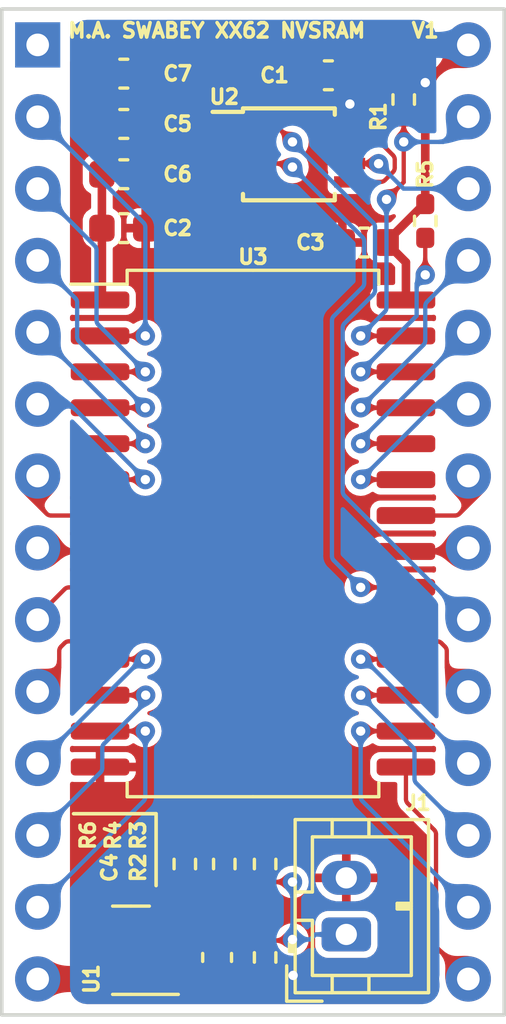
<source format=kicad_pcb>
(kicad_pcb (version 20211014) (generator pcbnew)
  (layers (0 "F.Cu" signal) (31 "B.Cu" signal) (34 "B.Paste" user) (35 "F.Paste" user) (36 "B.SilkS" user "B.Silkscreen") (37 "F.SilkS" user "F.Silkscreen") (38 "B.Mask" user) (39 "F.Mask" user) (44 "Edge.Cuts" user))
  (net 0 "")
  (net 1 "/D2")
  (net 2 "/D1")
  (net 3 "/A8")
  (net 4 "/D0")
  (net 5 "/A9")
  (net 6 "/A0")
  (net 7 "/A11")
  (net 8 "/A1")
  (net 9 "/A2")
  (net 10 "/A10")
  (net 11 "/A3")
  (net 12 "/A4")
  (net 13 "/D7")
  (net 14 "/A5")
  (net 15 "/D6")
  (net 16 "/A6")
  (net 17 "/D5")
  (net 18 "/A7")
  (net 19 "/D4")
  (net 20 "/A12")
  (net 21 "/D3")
  (net 22 "Net-(U2-Pad5)")
  (net 23 "GND")
  (net 24 "/CE2")
  (net 25 "/~{CE1}")
  (net 26 "/~{WE}")
  (net 27 "/~{OE}")
  (net 28 "VCC")
  (net 29 "Net-(R3-Pad2)")
  (net 30 "/BATT_FAKE")
  (net 31 "/VCAP")
  (net 32 "/~{CE_STK}")
  (net 34 "Net-(R5-Pad2)")
  (footprint "Package_SO_Cypress:SOIC-28W_8.7x18.4mm_P1.27mm" (layer "F.Cu") (at 119.38 75.692)
    (fp_text reference "U3")
    (fp_text value "STK12C68" hide)
  )
  (footprint "Package_SO:TSSOP-8_3x3mm_P0.65mm" (layer "F.Cu") (at 120.65 62.288022)
    (fp_text reference "U2")
    (fp_text value "74AHC2G00" hide)
  )
  (footprint "Resistor_SMD:R_0402_1005Metric_Pad0.72x0.64mm_HandSolder" (layer "F.Cu") (at 124.714 60.3504 -90)
    (fp_text reference "R1")
    (fp_text value "10K")
  )
  (footprint "Resistor_SMD:R_0402_1005Metric_Pad0.72x0.64mm_HandSolder" (layer "F.Cu") (at 119.808866 90.678 90)
    (fp_text reference "R2")
    (fp_text value "150")
  )
  (footprint "Connector_JST:JST_PH_B2B-PH-K_1x02_P2.00mm_Vertical" (layer "F.Cu") (at 122.682 89.8652 90)
    (fp_text reference "J1")
    (fp_text value "Conn_01x02" hide)
  )
  (footprint "Capacitor_SMD:C_0603_1608Metric" (layer "F.Cu") (at 122.047 59.494022 180)
    (fp_text reference "C1")
    (fp_text value "0.22u" hide)
  )
  (footprint "Resistor_SMD:R_0402_1005Metric_Pad0.72x0.64mm_HandSolder" (layer "F.Cu") (at 119.808866 87.376 90)
    (fp_text reference "R3")
    (fp_text value "1.3K")
  )
  (footprint "Package_TO_SOT_SMD:SOT-23" (layer "F.Cu") (at 115.062 90.424 180)
    (fp_text reference "U1")
    (fp_text value "TL431DBZ" hide)
  )
  (footprint "Resistor_SMD:R_0402_1005Metric_Pad0.72x0.64mm_HandSolder" (layer "F.Cu") (at 118.364 87.376 90)
    (fp_text reference "R4")
    (fp_text value "3.3K")
  )
  (footprint "Package_DIP_Adapter:DIP-28_W15.24mm_Socket_Adapter" (layer "F.Cu") (at 111.76 58.42)
    (fp_text reference "U10" hide)
    (fp_text value "TC5564APL_Adapter" hide)
  )
  (footprint "Capacitor_SMD:C_0603_1608Metric" (layer "F.Cu") (at 114.808 62.992)
    (fp_text reference "C6")
    (fp_text value "22u")
  )
  (footprint "Capacitor_SMD:C_0603_1608Metric" (layer "F.Cu") (at 114.808 64.897)
    (fp_text reference "C2")
    (fp_text value "22u")
  )
  (footprint "Capacitor_SMD:C_0603_1608Metric" (layer "F.Cu") (at 114.808 61.214)
    (fp_text reference "C5")
    (fp_text value "22u")
  )
  (footprint "Capacitor_SMD:C_0603_1608Metric" (layer "F.Cu") (at 123.317 65.405 180)
    (fp_text reference "C3")
    (fp_text value "0.22u" hide)
  )
  (footprint "Capacitor_SMD:C_0603_1608Metric" (layer "F.Cu") (at 114.808 59.436)
    (fp_text reference "C7")
    (fp_text value "22u")
  )
  (footprint "Resistor_SMD:R_0402_1005Metric_Pad0.72x0.64mm_HandSolder" (layer "F.Cu") (at 116.967 87.376 90)
    (fp_text reference "R6")
    (fp_text value "-")
  )
  (footprint "Capacitor_SMD:C_0603_1608Metric" (layer "F.Cu") (at 118.11 90.678 90)
    (fp_text reference "C4")
    (fp_text value "0.22u")
  )
  (footprint "Resistor_SMD:R_0402_1005Metric_Pad0.72x0.64mm_HandSolder" (layer "F.Cu") (at 125.476 64.643 -90)
    (fp_text reference "R5")
    (fp_text value "10K")
  )
  (gr_line (start 115.951 88.138) (end 115.951 85.598) (layer "F.SilkS") (width 0.127))
  (gr_line (start 115.951 85.598) (end 113.03 85.598) (layer "F.SilkS") (width 0.127))
  (gr_line (start 110.49 92.71) (end 110.49 57.15) (layer "Edge.Cuts") (width 0.127))
  (gr_line (start 128.27 92.71) (end 110.49 92.71) (layer "Edge.Cuts") (width 0.127))
  (gr_line (start 128.27 57.15) (end 128.27 92.71) (layer "Edge.Cuts") (width 0.127))
  (gr_line (start 110.49 57.15) (end 128.27 57.15) (layer "Edge.Cuts") (width 0.127))
  (gr_text "M.A. SWABEY XX62 NVSRAM" (at 112.776 57.912) (layer "F.SilkS") (effects (font (size 0.508 0.508) (thickness 0.127)) (justify left)))
  (gr_text "V1\n" (at 125.476 57.912) (layer "F.SilkS") (effects (font (size 0.508 0.508) (thickness 0.127))))
  (segment (start 113.9675 82.677) (end 115.57 82.677) (width 0.1524) (layer "F.Cu") (net 1))
  (via (at 115.57 82.677) (size 0.6858) (drill 0.3302) (layers "F.Cu" "B.Cu") (net 1))
  (segment (start 111.76 88.9) (end 115.503045 85.156955) (width 0.1524) (layer "B.Cu") (net 1))
  (segment (start 115.57 84.995311) (end 115.57 82.677) (width 0.1524) (layer "B.Cu") (net 1))
  (arc (start 115.57 84.995311) (mid 115.552599 85.082792) (end 115.503045 85.156955) (width 0.1524) (layer "B.Cu") (net 1))
  (segment (start 113.9675 81.407) (end 115.582215 81.407) (width 0.1524) (layer "F.Cu") (net 2))
  (via (at 115.582215 81.407) (size 0.6858) (drill 0.3302) (layers "F.Cu" "B.Cu") (net 2))
  (segment (start 114.112956 83.118044) (end 115.51526 81.71574) (width 0.1524) (layer "B.Cu") (net 2))
  (segment (start 111.76 86.36) (end 113.979045 84.140955) (width 0.1524) (layer "B.Cu") (net 2))
  (segment (start 114.046 83.979311) (end 114.046 83.279689) (width 0.1524) (layer "B.Cu") (net 2))
  (segment (start 115.582215 81.554096) (end 115.582215 81.407) (width 0.1524) (layer "B.Cu") (net 2))
  (arc (start 115.582215 81.554096) (mid 115.564814 81.641577) (end 115.51526 81.71574) (width 0.1524) (layer "B.Cu") (net 2))
  (arc (start 114.046 83.979311) (mid 114.028599 84.066792) (end 113.979045 84.140955) (width 0.1524) (layer "B.Cu") (net 2))
  (arc (start 114.112956 83.118044) (mid 114.063401 83.192207) (end 114.046 83.279689) (width 0.1524) (layer "B.Cu") (net 2))
  (segment (start 124.7925 71.247) (end 123.19 71.247) (width 0.1524) (layer "F.Cu") (net 3))
  (via (at 123.19 71.247) (size 0.6858) (drill 0.3302) (layers "F.Cu" "B.Cu") (net 3))
  (segment (start 125.476 67.658689) (end 125.476 68.866311) (width 0.1524) (layer "B.Cu") (net 3))
  (segment (start 125.409044 69.027956) (end 123.19 71.247) (width 0.1524) (layer "B.Cu") (net 3))
  (segment (start 127 66.04) (end 125.542955 67.497045) (width 0.1524) (layer "B.Cu") (net 3))
  (arc (start 125.542955 67.497045) (mid 125.493401 67.571208) (end 125.476 67.658689) (width 0.1524) (layer "B.Cu") (net 3))
  (arc (start 125.476 68.866311) (mid 125.458599 68.953793) (end 125.409044 69.027956) (width 0.1524) (layer "B.Cu") (net 3))
  (segment (start 113.9675 80.137) (end 115.57 80.137) (width 0.1524) (layer "F.Cu") (net 4))
  (via (at 115.57 80.137) (size 0.6858) (drill 0.3302) (layers "F.Cu" "B.Cu") (net 4))
  (segment (start 115.537689 80.137) (end 115.57 80.137) (width 0.1524) (layer "B.Cu") (net 4))
  (segment (start 111.76 83.82) (end 115.376045 80.203955) (width 0.1524) (layer "B.Cu") (net 4))
  (arc (start 115.376045 80.203955) (mid 115.450208 80.154401) (end 115.537689 80.137) (width 0.1524) (layer "B.Cu") (net 4))
  (segment (start 124.7925 72.517) (end 123.19 72.517) (width 0.1524) (layer "F.Cu") (net 5))
  (via (at 123.19 72.517) (size 0.6858) (drill 0.3302) (layers "F.Cu" "B.Cu") (net 5))
  (segment (start 123.19 72.484689) (end 123.19 72.517) (width 0.1524) (layer "B.Cu") (net 5))
  (segment (start 127 68.58) (end 123.256955 72.323045) (width 0.1524) (layer "B.Cu") (net 5))
  (arc (start 123.19 72.484689) (mid 123.207401 72.397208) (end 123.256955 72.323045) (width 0.1524) (layer "B.Cu") (net 5))
  (segment (start 113.697311 79.502) (end 112.870689 79.502) (width 0.1524) (layer "F.Cu") (net 6))
  (segment (start 113.900544 79.393456) (end 113.858955 79.435045) (width 0.1524) (layer "F.Cu") (net 6))
  (segment (start 112.522 79.850689) (end 112.522 80.423311) (width 0.1524) (layer "F.Cu") (net 6))
  (segment (start 113.9675 78.867) (end 113.9675 79.231811) (width 0.1524) (layer "F.Cu") (net 6))
  (segment (start 112.455044 80.584956) (end 111.76 81.28) (width 0.1524) (layer "F.Cu") (net 6))
  (segment (start 112.709044 79.568956) (end 112.588955 79.689045) (width 0.1524) (layer "F.Cu") (net 6))
  (arc (start 112.522 79.850689) (mid 112.539401 79.763208) (end 112.588955 79.689045) (width 0.1524) (layer "F.Cu") (net 6))
  (arc (start 112.709044 79.568956) (mid 112.783207 79.519401) (end 112.870689 79.502) (width 0.1524) (layer "F.Cu") (net 6))
  (arc (start 113.9675 79.231811) (mid 113.950099 79.319293) (end 113.900544 79.393456) (width 0.1524) (layer "F.Cu") (net 6))
  (arc (start 113.858955 79.435045) (mid 113.784792 79.484599) (end 113.697311 79.502) (width 0.1524) (layer "F.Cu") (net 6))
  (arc (start 112.522 80.423311) (mid 112.504599 80.510793) (end 112.455044 80.584956) (width 0.1524) (layer "F.Cu") (net 6))
  (segment (start 124.7925 73.787) (end 123.19 73.787) (width 0.1524) (layer "F.Cu") (net 7))
  (via (at 123.19 73.787) (size 0.6858) (drill 0.3302) (layers "F.Cu" "B.Cu") (net 7))
  (segment (start 125.790044 71.186956) (end 123.19 73.787) (width 0.1524) (layer "B.Cu") (net 7))
  (segment (start 127 71.12) (end 125.951689 71.12) (width 0.1524) (layer "B.Cu") (net 7))
  (arc (start 125.951689 71.12) (mid 125.864207 71.137401) (end 125.790044 71.186956) (width 0.1524) (layer "B.Cu") (net 7))
  (segment (start 112.870689 77.597) (end 113.9675 77.597) (width 0.1524) (layer "F.Cu") (net 8))
  (segment (start 111.76 78.74) (end 111.76 78.707689) (width 0.1524) (layer "F.Cu") (net 8))
  (segment (start 111.826956 78.546044) (end 112.709045 77.663955) (width 0.1524) (layer "F.Cu") (net 8))
  (arc (start 112.870689 77.597) (mid 112.783208 77.614401) (end 112.709045 77.663955) (width 0.1524) (layer "F.Cu") (net 8))
  (arc (start 111.76 78.707689) (mid 111.777401 78.620207) (end 111.826956 78.546044) (width 0.1524) (layer "F.Cu") (net 8))
  (segment (start 111.887 76.327) (end 111.76 76.2) (width 0.1524) (layer "F.Cu") (net 9))
  (segment (start 113.9675 76.327) (end 111.887 76.327) (width 0.1524) (layer "F.Cu") (net 9))
  (segment (start 126.873 76.327) (end 127 76.2) (width 0.1524) (layer "F.Cu") (net 10))
  (segment (start 126.939956 76.260044) (end 127 76.2) (width 0.1524) (layer "F.Cu") (net 10))
  (segment (start 124.7925 76.327) (end 126.873 76.327) (width 0.1524) (layer "F.Cu") (net 10))
  (arc (start 126.778311 76.327) (mid 126.865793 76.309599) (end 126.939956 76.260044) (width 0.1524) (layer "F.Cu") (net 10))
  (segment (start 111.76 74.581311) (end 111.76 73.66) (width 0.1524) (layer "F.Cu") (net 11))
  (segment (start 113.9675 75.057) (end 112.235689 75.057) (width 0.1524) (layer "F.Cu") (net 11))
  (segment (start 112.074044 74.990044) (end 111.826955 74.742955) (width 0.1524) (layer "F.Cu") (net 11))
  (arc (start 111.76 74.581311) (mid 111.777401 74.668792) (end 111.826955 74.742955) (width 0.1524) (layer "F.Cu") (net 11))
  (arc (start 112.235689 75.057) (mid 112.148207 75.039599) (end 112.074044 74.990044) (width 0.1524) (layer "F.Cu") (net 11))
  (segment (start 113.9675 73.787) (end 115.57 73.787) (width 0.1524) (layer "F.Cu") (net 12))
  (via (at 115.57 73.787) (size 0.6858) (drill 0.3302) (layers "F.Cu" "B.Cu") (net 12))
  (segment (start 112.969956 71.186956) (end 115.57 73.787) (width 0.1524) (layer "B.Cu") (net 12))
  (segment (start 111.76 71.12) (end 112.808311 71.12) (width 0.1524) (layer "B.Cu") (net 12))
  (arc (start 112.808311 71.12) (mid 112.895793 71.137401) (end 112.969956 71.186956) (width 0.1524) (layer "B.Cu") (net 12))
  (segment (start 124.7925 78.867) (end 124.7925 79.231811) (width 0.1524) (layer "F.Cu") (net 13))
  (segment (start 125.062689 79.502) (end 125.889311 79.502) (width 0.1524) (layer "F.Cu") (net 13))
  (segment (start 126.050956 79.568956) (end 126.171045 79.689045) (width 0.1524) (layer "F.Cu") (net 13))
  (segment (start 126.304956 80.584956) (end 127 81.28) (width 0.1524) (layer "F.Cu") (net 13))
  (segment (start 124.859456 79.393456) (end 124.901045 79.435045) (width 0.1524) (layer "F.Cu") (net 13))
  (segment (start 126.238 79.850689) (end 126.238 80.423311) (width 0.1524) (layer "F.Cu") (net 13))
  (arc (start 124.901045 79.435045) (mid 124.975208 79.484599) (end 125.062689 79.502) (width 0.1524) (layer "F.Cu") (net 13))
  (arc (start 126.238 79.850689) (mid 126.220599 79.763208) (end 126.171045 79.689045) (width 0.1524) (layer "F.Cu") (net 13))
  (arc (start 124.859456 79.393456) (mid 124.809901 79.319293) (end 124.7925 79.231811) (width 0.1524) (layer "F.Cu") (net 13))
  (arc (start 126.238 80.423311) (mid 126.255401 80.510793) (end 126.304956 80.584956) (width 0.1524) (layer "F.Cu") (net 13))
  (arc (start 126.050956 79.568956) (mid 125.976793 79.519401) (end 125.889311 79.502) (width 0.1524) (layer "F.Cu") (net 13))
  (segment (start 113.9675 72.517) (end 115.57 72.517) (width 0.1524) (layer "F.Cu") (net 14))
  (via (at 115.57 72.517) (size 0.6858) (drill 0.3302) (layers "F.Cu" "B.Cu") (net 14))
  (segment (start 115.57 72.484689) (end 115.57 72.517) (width 0.1524) (layer "B.Cu") (net 14))
  (segment (start 111.76 68.58) (end 115.503045 72.323045) (width 0.1524) (layer "B.Cu") (net 14))
  (arc (start 115.57 72.484689) (mid 115.552599 72.397208) (end 115.503045 72.323045) (width 0.1524) (layer "B.Cu") (net 14))
  (segment (start 124.7925 80.137) (end 123.19 80.137) (width 0.1524) (layer "F.Cu") (net 15))
  (via (at 123.19 80.137) (size 0.6858) (drill 0.3302) (layers "F.Cu" "B.Cu") (net 15))
  (segment (start 123.222311 80.137) (end 123.19 80.137) (width 0.1524) (layer "B.Cu") (net 15))
  (segment (start 127 83.82) (end 123.383955 80.203955) (width 0.1524) (layer "B.Cu") (net 15))
  (arc (start 123.222311 80.137) (mid 123.309792 80.154401) (end 123.383955 80.203955) (width 0.1524) (layer "B.Cu") (net 15))
  (segment (start 113.9675 71.247) (end 115.57 71.247) (width 0.1524) (layer "F.Cu") (net 16))
  (via (at 115.57 71.247) (size 0.6858) (drill 0.3302) (layers "F.Cu" "B.Cu") (net 16))
  (segment (start 113.223956 68.900956) (end 115.57 71.247) (width 0.1524) (layer "B.Cu") (net 16))
  (segment (start 111.76 66.04) (end 113.090045 67.370045) (width 0.1524) (layer "B.Cu") (net 16))
  (segment (start 113.157 67.531689) (end 113.157 68.739311) (width 0.1524) (layer "B.Cu") (net 16))
  (arc (start 113.157 67.531689) (mid 113.139599 67.444208) (end 113.090045 67.370045) (width 0.1524) (layer "B.Cu") (net 16))
  (arc (start 113.157 68.739311) (mid 113.174401 68.826793) (end 113.223956 68.900956) (width 0.1524) (layer "B.Cu") (net 16))
  (segment (start 124.7925 81.407) (end 123.19 81.407) (width 0.1524) (layer "F.Cu") (net 17))
  (via (at 123.19 81.407) (size 0.6858) (drill 0.3302) (layers "F.Cu" "B.Cu") (net 17))
  (segment (start 125.095 84.360311) (end 125.095 83.406689) (width 0.1524) (layer "B.Cu") (net 17))
  (segment (start 127 86.36) (end 125.161955 84.521955) (width 0.1524) (layer "B.Cu") (net 17))
  (segment (start 125.028044 83.245044) (end 123.19 81.407) (width 0.1524) (layer "B.Cu") (net 17))
  (arc (start 125.095 83.406689) (mid 125.077599 83.319207) (end 125.028044 83.245044) (width 0.1524) (layer "B.Cu") (net 17))
  (arc (start 125.095 84.360311) (mid 125.112401 84.447792) (end 125.161955 84.521955) (width 0.1524) (layer "B.Cu") (net 17))
  (segment (start 113.9675 69.977) (end 115.57 69.977) (width 0.1524) (layer "F.Cu") (net 18))
  (via (at 115.57 69.977) (size 0.6858) (drill 0.3302) (layers "F.Cu" "B.Cu") (net 18))
  (segment (start 111.76 63.5) (end 113.775855 65.515855) (width 0.1524) (layer "B.Cu") (net 18))
  (segment (start 113.909766 68.316766) (end 115.57 69.977) (width 0.1524) (layer "B.Cu") (net 18))
  (segment (start 113.84281 65.677499) (end 113.84281 68.155121) (width 0.1524) (layer "B.Cu") (net 18))
  (arc (start 113.909766 68.316766) (mid 113.860211 68.242603) (end 113.84281 68.155121) (width 0.1524) (layer "B.Cu") (net 18))
  (arc (start 113.775855 65.515855) (mid 113.825409 65.590018) (end 113.84281 65.677499) (width 0.1524) (layer "B.Cu") (net 18))
  (segment (start 124.7925 82.677) (end 123.19 82.677) (width 0.1524) (layer "F.Cu") (net 19))
  (via (at 123.19 82.677) (size 0.6858) (drill 0.3302) (layers "F.Cu" "B.Cu") (net 19))
  (segment (start 123.19 84.995311) (end 123.19 82.677) (width 0.1524) (layer "B.Cu") (net 19))
  (segment (start 127 88.9) (end 123.256955 85.156955) (width 0.1524) (layer "B.Cu") (net 19))
  (arc (start 123.19 84.995311) (mid 123.207401 85.082792) (end 123.256955 85.156955) (width 0.1524) (layer "B.Cu") (net 19))
  (segment (start 113.9675 68.707) (end 115.57 68.707) (width 0.1524) (layer "F.Cu") (net 20))
  (via (at 115.57 68.707) (size 0.6858) (drill 0.3302) (layers "F.Cu" "B.Cu") (net 20))
  (segment (start 115.57 64.864689) (end 115.57 68.707) (width 0.1524) (layer "B.Cu") (net 20))
  (segment (start 111.76 60.96) (end 115.503045 64.703045) (width 0.1524) (layer "B.Cu") (net 20))
  (arc (start 115.57 64.864689) (mid 115.552599 64.777208) (end 115.503045 64.703045) (width 0.1524) (layer "B.Cu") (net 20))
  (segment (start 125.857 86.327689) (end 125.857 90.202311) (width 0.1524) (layer "F.Cu") (net 21))
  (segment (start 125.923956 90.363956) (end 127 91.44) (width 0.1524) (layer "F.Cu") (net 21))
  (segment (start 124.859456 85.235456) (end 125.790045 86.166045) (width 0.1524) (layer "F.Cu") (net 21))
  (segment (start 124.7925 83.947) (end 124.7925 85.073811) (width 0.1524) (layer "F.Cu") (net 21))
  (arc (start 124.859456 85.235456) (mid 124.809901 85.161293) (end 124.7925 85.073811) (width 0.1524) (layer "F.Cu") (net 21))
  (arc (start 125.790045 86.166045) (mid 125.839599 86.240208) (end 125.857 86.327689) (width 0.1524) (layer "F.Cu") (net 21))
  (arc (start 125.857 90.202311) (mid 125.874401 90.289793) (end 125.923956 90.363956) (width 0.1524) (layer "F.Cu") (net 21))
  (segment (start 124.329044 62.921694) (end 124.054671 63.196067) (width 0.1524) (layer "F.Cu") (net 22))
  (segment (start 124.396 62.476395) (end 124.396 62.760049) (width 0.1524) (layer "F.Cu") (net 22))
  (segment (start 124.044272 62.029978) (end 124.329045 62.314751) (width 0.1524) (layer "F.Cu") (net 22))
  (segment (start 123.893027 63.263022) (end 122.8 63.263022) (width 0.1524) (layer "F.Cu") (net 22))
  (segment (start 122.8 61.963022) (end 123.882627 61.963022) (width 0.1524) (layer "F.Cu") (net 22))
  (arc (start 124.396 62.476395) (mid 124.378599 62.388914) (end 124.329045 62.314751) (width 0.1524) (layer "F.Cu") (net 22))
  (arc (start 123.893027 63.263022) (mid 123.980508 63.245621) (end 124.054671 63.196067) (width 0.1524) (layer "F.Cu") (net 22))
  (arc (start 123.882627 61.963022) (mid 123.970109 61.980423) (end 124.044272 62.029978) (width 0.1524) (layer "F.Cu") (net 22))
  (arc (start 124.329044 62.921694) (mid 124.378599 62.847531) (end 124.396 62.760049) (width 0.1524) (layer "F.Cu") (net 22))
  (segment (start 111.76 91.44) (end 113.03 91.44) (width 0.9144) (layer "F.Cu") (net 23))
  (segment (start 122.8 62.613022) (end 123.8198 62.613022) (width 0.1524) (layer "F.Cu") (net 24))
  (via (at 123.825 62.618222) (size 0.6858) (drill 0.3302) (layers "F.Cu" "B.Cu") (net 24))
  (segment (start 124.706778 63.5) (end 127 63.5) (width 0.1524) (layer "B.Cu") (net 24))
  (segment (start 123.825 62.618222) (end 124.706778 63.5) (width 0.1524) (layer "B.Cu") (net 24))
  (segment (start 120.241022 61.313022) (end 120.777 61.849) (width 0.1524) (layer "F.Cu") (net 25))
  (segment (start 117.668956 61.459066) (end 117.748045 61.379977) (width 0.1524) (layer "F.Cu") (net 25))
  (segment (start 117.718044 61.896066) (end 117.668955 61.846977) (width 0.1524) (layer "F.Cu") (net 25))
  (segment (start 118.5 61.963022) (end 117.879689 61.963022) (width 0.1524) (layer "F.Cu") (net 25))
  (segment (start 117.602 61.685333) (end 117.602 61.620711) (width 0.1524) (layer "F.Cu") (net 25))
  (segment (start 118.5 61.313022) (end 120.241022 61.313022) (width 0.1524) (layer "F.Cu") (net 25))
  (segment (start 117.909689 61.313022) (end 118.5 61.313022) (width 0.1524) (layer "F.Cu") (net 25))
  (via (at 120.777 61.849) (size 0.6858) (drill 0.3302) (layers "F.Cu" "B.Cu") (net 25))
  (arc (start 117.718044 61.896066) (mid 117.792207 61.945621) (end 117.879689 61.963022) (width 0.1524) (layer "F.Cu") (net 25))
  (arc (start 117.602 61.685333) (mid 117.619401 61.772814) (end 117.668955 61.846977) (width 0.1524) (layer "F.Cu") (net 25))
  (arc (start 117.602 61.620711) (mid 117.619401 61.533229) (end 117.668956 61.459066) (width 0.1524) (layer "F.Cu") (net 25))
  (arc (start 117.909689 61.313022) (mid 117.822208 61.330423) (end 117.748045 61.379977) (width 0.1524) (layer "F.Cu") (net 25))
  (segment (start 123.698 67.088311) (end 123.698 64.864689) (width 0.1524) (layer "B.Cu") (net 25))
  (segment (start 122.621956 68.259044) (end 123.631045 67.249955) (width 0.1524) (layer "B.Cu") (net 25))
  (segment (start 123.631044 64.703044) (end 120.777 61.849) (width 0.1524) (layer "B.Cu") (net 25))
  (segment (start 127 78.74) (end 122.621955 74.361955) (width 0.1524) (layer "B.Cu") (net 25))
  (segment (start 122.555 74.200311) (end 122.555 68.420689) (width 0.1524) (layer "B.Cu") (net 25))
  (arc (start 123.631044 64.703044) (mid 123.680599 64.777207) (end 123.698 64.864689) (width 0.1524) (layer "B.Cu") (net 25))
  (arc (start 122.621956 68.259044) (mid 122.572401 68.333207) (end 122.555 68.420689) (width 0.1524) (layer "B.Cu") (net 25))
  (arc (start 123.698 67.088311) (mid 123.680599 67.175792) (end 123.631045 67.249955) (width 0.1524) (layer "B.Cu") (net 25))
  (arc (start 122.621955 74.361955) (mid 122.572401 74.287792) (end 122.555 74.200311) (width 0.1524) (layer "B.Cu") (net 25))
  (segment (start 124.714 61.849) (end 124.714 60.9479) (width 0.1524) (layer "F.Cu") (net 26))
  (segment (start 124.7925 68.707) (end 123.19 68.707) (width 0.1524) (layer "F.Cu") (net 26))
  (segment (start 124.1044 63.881) (end 124.714 63.2714) (width 0.1524) (layer "F.Cu") (net 26))
  (segment (start 124.714 63.2714) (end 124.714 60.9479) (width 0.1524) (layer "F.Cu") (net 26))
  (via (at 123.19 68.707) (size 0.6858) (drill 0.3302) (layers "F.Cu" "B.Cu") (net 26))
  (via (at 124.1044 63.881) (size 0.6858) (drill 0.3302) (layers "F.Cu" "B.Cu") (net 26))
  (via (at 124.714 61.849) (size 0.6858) (drill 0.3302) (layers "F.Cu" "B.Cu") (net 26))
  (segment (start 124.1044 63.881) (end 124.1044 67.697911) (width 0.1524) (layer "B.Cu") (net 26))
  (segment (start 126.111 61.849) (end 124.714 61.849) (width 0.1524) (layer "B.Cu") (net 26))
  (segment (start 127 60.96) (end 126.111 61.849) (width 0.1524) (layer "B.Cu") (net 26))
  (segment (start 124.037445 67.859555) (end 123.19 68.707) (width 0.1524) (layer "B.Cu") (net 26))
  (arc (start 124.1044 67.697911) (mid 124.087002 67.785393) (end 124.037445 67.859555) (width 0.1524) (layer "B.Cu") (net 26))
  (segment (start 126.685956 74.990044) (end 126.933045 74.742955) (width 0.1524) (layer "F.Cu") (net 27))
  (segment (start 124.7925 75.057) (end 126.524311 75.057) (width 0.1524) (layer "F.Cu") (net 27))
  (segment (start 127 74.581311) (end 127 73.66) (width 0.1524) (layer "F.Cu") (net 27))
  (arc (start 126.685956 74.990044) (mid 126.611793 75.039599) (end 126.524311 75.057) (width 0.1524) (layer "F.Cu") (net 27))
  (arc (start 126.933045 74.742955) (mid 126.982599 74.668792) (end 127 74.581311) (width 0.1524) (layer "F.Cu") (net 27))
  (segment (start 124.7925 67.437) (end 124.7925 66.1055) (width 0.3048) (layer "F.Cu") (net 28))
  (segment (start 124.092 65.392) (end 125.4385 64.0455) (width 0.3048) (layer "F.Cu") (net 28))
  (segment (start 122.809 60.129022) (end 122.809 60.510022) (width 0.3048) (layer "F.Cu") (net 28))
  (segment (start 122.822 60.116022) (end 122.809 60.129022) (width 0.3048) (layer "F.Cu") (net 28))
  (segment (start 124.092 65.405) (end 124.092 65.392) (width 0.3048) (layer "F.Cu") (net 28))
  (segment (start 119.846366 91.313) (end 119.808866 91.2755) (width 0.3048) (layer "F.Cu") (net 28))
  (segment (start 122.8 60.519022) (end 122.809 60.510022) (width 0.3048) (layer "F.Cu") (net 28))
  (segment (start 124.7925 66.1055) (end 124.092 65.405) (width 0.3048) (layer "F.Cu") (net 28))
  (segment (start 122.822 59.494022) (end 122.822 60.116022) (width 0.3048) (layer "F.Cu") (net 28))
  (segment (start 125.4385 64.0455) (end 125.476 64.0455) (width 0.3048) (layer "F.Cu") (net 28))
  (segment (start 125.476 59.7529) (end 127 58.42) (width 0.3048) (layer "F.Cu") (net 28))
  (segment (start 120.799466 91.313) (end 119.846366 91.313) (width 0.3048) (layer "F.Cu") (net 28))
  (segment (start 122.8 61.313022) (end 122.8 60.519022) (width 0.3048) (layer "F.Cu") (net 28))
  (segment (start 125.476 59.7529) (end 125.476 64.0455) (width 0.3048) (layer "F.Cu") (net 28))
  (segment (start 125.476 59.7529) (end 124.714 59.7529) (width 0.3048) (layer "F.Cu") (net 28))
  (via (at 125.476 59.7529) (size 0.6858) (drill 0.3302) (layers "F.Cu" "B.Cu") (net 28))
  (via (at 120.799466 91.313) (size 0.6858) (drill 0.3302) (layers "F.Cu" "B.Cu") (net 28))
  (via (at 122.809 60.510022) (size 0.6858) (drill 0.3302) (layers "F.Cu" "B.Cu") (net 28))
  (segment (start 127 58.42) (end 125.857 58.42) (width 0.9144) (layer "B.Cu") (net 28))
  (segment (start 119.1006 87.0204) (end 119.3425 86.7785) (width 0.1524) (layer "F.Cu") (net 29))
  (segment (start 118.8333 87.9735) (end 119.1006 87.7062) (width 0.1524) (layer "F.Cu") (net 29))
  (segment (start 118.364 87.9735) (end 118.8333 87.9735) (width 0.1524) (layer "F.Cu") (net 29))
  (segment (start 116.967 87.9735) (end 118.364 87.9735) (width 0.1524) (layer "F.Cu") (net 29))
  (segment (start 115.9995 88.941) (end 116.967 87.9735) (width 0.1524) (layer "F.Cu") (net 29))
  (segment (start 119.3425 86.7785) (end 119.808866 86.7785) (width 0.1524) (layer "F.Cu") (net 29))
  (segment (start 119.1006 87.7062) (end 119.1006 87.0204) (width 0.1524) (layer "F.Cu") (net 29))
  (segment (start 115.9995 89.474) (end 115.9995 88.941) (width 0.1524) (layer "F.Cu") (net 29))
  (segment (start 119.126 90.763366) (end 119.808866 90.0805) (width 0.1524) (layer "F.Cu") (net 30))
  (segment (start 120.7395 90.0805) (end 119.808866 90.0805) (width 0.1524) (layer "F.Cu") (net 30))
  (segment (start 118.031 91.374) (end 118.11 91.453) (width 0.1524) (layer "F.Cu") (net 30))
  (segment (start 115.9995 91.374) (end 118.031 91.374) (width 0.1524) (layer "F.Cu") (net 30))
  (segment (start 120.777 88.011) (end 119.846366 88.011) (width 0.1524) (layer "F.Cu") (net 30))
  (segment (start 120.777 90.043) (end 120.7395 90.0805) (width 0.1524) (layer "F.Cu") (net 30))
  (segment (start 119.846366 88.011) (end 119.808866 87.9735) (width 0.1524) (layer "F.Cu") (net 30))
  (segment (start 119.126 91.059) (end 119.126 90.763366) (width 0.1524) (layer "F.Cu") (net 30))
  (segment (start 118.732 91.453) (end 119.126 91.059) (width 0.1524) (layer "F.Cu") (net 30))
  (segment (start 118.11 91.453) (end 118.732 91.453) (width 0.1524) (layer "F.Cu") (net 30))
  (via (at 120.777 90.043) (size 0.6858) (drill 0.3302) (layers "F.Cu" "B.Cu") (net 30))
  (via (at 120.777 88.011) (size 0.6858) (drill 0.3302) (layers "F.Cu" "B.Cu") (net 30))
  (segment (start 121.412 90.043) (end 121.5898 89.8652) (width 0.1524) (layer "B.Cu") (net 30))
  (segment (start 120.777 88.011) (end 120.777 90.043) (width 0.1524) (layer "B.Cu") (net 30))
  (segment (start 120.777 90.043) (end 121.412 90.043) (width 0.1524) (layer "B.Cu") (net 30))
  (segment (start 121.5898 89.8652) (end 122.682 89.8652) (width 0.1524) (layer "B.Cu") (net 30))
  (segment (start 114.033 61.214) (end 114.033 59.436) (width 0.3048) (layer "F.Cu") (net 31))
  (segment (start 114.033 62.992) (end 114.033 61.214) (width 0.3048) (layer "F.Cu") (net 31))
  (segment (start 114.033 67.3715) (end 114.033 64.897) (width 0.3048) (layer "F.Cu") (net 31))
  (segment (start 114.033 64.897) (end 114.033 62.992) (width 0.3048) (layer "F.Cu") (net 31))
  (segment (start 113.9675 67.437) (end 114.033 67.3715) (width 0.3048) (layer "F.Cu") (net 31))
  (segment (start 118.5 62.613022) (end 120.652022 62.613022) (width 0.1524) (layer "F.Cu") (net 32))
  (segment (start 124.7925 77.597) (end 123.19 77.597) (width 0.1524) (layer "F.Cu") (net 32))
  (segment (start 120.652022 62.613022) (end 120.777 62.738) (width 0.1524) (layer "F.Cu") (net 32))
  (via (at 123.19 77.597) (size 0.6858) (drill 0.3302) (layers "F.Cu" "B.Cu") (net 32))
  (via (at 120.777 62.738) (size 0.6858) (drill 0.3302) (layers "F.Cu" "B.Cu") (net 32))
  (segment (start 122.240956 68.005044) (end 123.250045 66.995955) (width 0.1524) (layer "B.Cu") (net 32))
  (segment (start 123.19 77.597) (end 122.240955 76.647955) (width 0.1524) (layer "B.Cu") (net 32))
  (segment (start 123.250044 65.211044) (end 120.777 62.738) (width 0.1524) (layer "B.Cu") (net 32))
  (segment (start 123.317 66.834311) (end 123.317 65.372689) (width 0.1524) (layer "B.Cu") (net 32))
  (segment (start 122.174 76.486311) (end 122.174 68.166689) (width 0.1524) (layer "B.Cu") (net 32))
  (arc (start 123.250044 65.211044) (mid 123.299599 65.285207) (end 123.317 65.372689) (width 0.1524) (layer "B.Cu") (net 32))
  (arc (start 123.250045 66.995955) (mid 123.299599 66.921792) (end 123.317 66.834311) (width 0.1524) (layer "B.Cu") (net 32))
  (arc (start 122.240955 76.647955) (mid 122.191401 76.573792) (end 122.174 76.486311) (width 0.1524) (layer "B.Cu") (net 32))
  (arc (start 122.240956 68.005044) (mid 122.191401 68.079207) (end 122.174 68.166689) (width 0.1524) (layer "B.Cu") (net 32))
  (segment (start 124.7925 69.977) (end 123.19 69.977) (width 0.1524) (layer "F.Cu") (net 34))
  (segment (start 125.476 65.2405) (end 125.476 66.548) (width 0.1524) (layer "F.Cu") (net 34))
  (via (at 125.476 66.548) (size 0.6858) (drill 0.3302) (layers "F.Cu" "B.Cu") (net 34))
  (via (at 123.19 69.977) (size 0.6858) (drill 0.3302) (layers "F.Cu" "B.Cu") (net 34))
  (segment (start 125.1712 66.8528) (end 125.1712 67.9958) (width 0.1524) (layer "B.Cu") (net 34))
  (segment (start 125.476 66.548) (end 125.1712 66.8528) (width 0.1524) (layer "B.Cu") (net 34))
  (segment (start 125.1712 67.9958) (end 123.19 69.977) (width 0.1524) (layer "B.Cu") (net 34))
  (zone (net 23) (net_name "GND") (layer "F.Cu") (connect_pads (clearance 0.2286)) (min_thickness 0.1524) (fill yes (thermal_gap 0.2286) (thermal_bridge_width 0.3048) (smoothing fillet) (radius 0.6096))
    (polygon (pts (xy 125.857 92.329) (xy 112.903 92.329) (xy 112.903 58.42) (xy 125.857 58.42)))
  )
  (zone (net 18) (net_name "/A7") (layer "F.Cu") (priority 16962) (connect_pads yes (clearance 0)) (min_thickness 0.0254) (fill yes (thermal_gap 0.508) (thermal_bridge_width 0.508))
    (polygon (pts (xy 114.95568 70.0532) (xy 115.026338 70.057042) (xy 115.084245 70.067894) (xy 115.132166 70.084745) (xy 115.172871 70.106581) (xy 115.209127 70.13239) (xy 115.243701 70.16116) (xy 115.279361 70.19188) (xy 115.318875 70.223536) (xy 115.36501 70.255117) (xy 115.420534 70.28561) (xy 115.74145 69.977) (xy 115.420534 69.66839) (xy 115.36501 69.698882) (xy 115.318875 69.730463) (xy 115.279361 69.762119) (xy 115.243701 69.792839) (xy 115.209127 69.821609) (xy 115.172871 69.847418) (xy 115.132166 69.869254) (xy 115.084245 69.886105) (xy 115.026338 69.896957) (xy 114.95568 69.9008)))
  )
  (zone (net 32) (net_name "/~{CE_STK}") (layer "F.Cu") (priority 16962) (connect_pads yes (clearance 0)) (min_thickness 0.0254) (fill yes (thermal_gap 0.508) (thermal_bridge_width 0.508))
    (polygon (pts (xy 120.177702 62.689222) (xy 120.238467 62.693291) (xy 120.287442 62.70495) (xy 120.326892 62.723372) (xy 120.359084 62.747733) (xy 120.386283 62.777207) (xy 120.410757 62.810969) (xy 120.434771 62.848194) (xy 120.460592 62.888056) (xy 120.490486 62.929731) (xy 120.52672 62.972393) (xy 120.937024 62.799541) (xy 120.748269 62.396306) (xy 120.678228 62.405453) (xy 120.619164 62.419157) (xy 120.568043 62.436118) (xy 120.521829 62.455035) (xy 120.477488 62.474608) (xy 120.431988 62.493538) (xy 120.382293 62.510525) (xy 120.32537 62.524267) (xy 120.258184 62.533466) (xy 120.177702 62.536822)))
  )
  (zone (net 32) (net_name "/~{CE_STK}") (layer "F.Cu") (priority 16962) (connect_pads yes (clearance 0)) (min_thickness 0.0254) (fill yes (thermal_gap 0.508) (thermal_bridge_width 0.508))
    (polygon (pts (xy 123.80432 77.5208) (xy 123.733661 77.516957) (xy 123.675754 77.506105) (xy 123.627833 77.489254) (xy 123.587128 77.467418) (xy 123.550872 77.441609) (xy 123.516298 77.412839) (xy 123.480638 77.382119) (xy 123.441124 77.350463) (xy 123.394989 77.318882) (xy 123.339466 77.28839) (xy 123.01855 77.597) (xy 123.339466 77.90561) (xy 123.394989 77.875117) (xy 123.441124 77.843536) (xy 123.480638 77.81188) (xy 123.516298 77.78116) (xy 123.550872 77.75239) (xy 123.587128 77.726581) (xy 123.627833 77.704745) (xy 123.675754 77.687894) (xy 123.733661 77.677042) (xy 123.80432 77.6732)))
  )
  (zone (net 34) (net_name "Net-(R5-Pad2)") (layer "F.Cu") (priority 16962) (connect_pads yes (clearance 0)) (min_thickness 0.0254) (fill yes (thermal_gap 0.508) (thermal_bridge_width 0.508))
    (polygon (pts (xy 123.80432 69.9008) (xy 123.733661 69.896957) (xy 123.675754 69.886105) (xy 123.627833 69.869254) (xy 123.587128 69.847418) (xy 123.550872 69.821609) (xy 123.516298 69.792839) (xy 123.480638 69.762119) (xy 123.441124 69.730463) (xy 123.394989 69.698882) (xy 123.339466 69.66839) (xy 123.01855 69.977) (xy 123.339466 70.28561) (xy 123.394989 70.255117) (xy 123.441124 70.223536) (xy 123.480638 70.19188) (xy 123.516298 70.16116) (xy 123.550872 70.13239) (xy 123.587128 70.106581) (xy 123.627833 70.084745) (xy 123.675754 70.067894) (xy 123.733661 70.057042) (xy 123.80432 70.0532)))
  )
  (zone (net 24) (net_name "/CE2") (layer "F.Cu") (priority 16962) (connect_pads yes (clearance 0)) (min_thickness 0.0254) (fill yes (thermal_gap 0.508) (thermal_bridge_width 0.508))
    (polygon (pts (xy 123.20548 62.689222) (xy 123.276396 62.693053) (xy 123.33453 62.703892) (xy 123.382642 62.720751) (xy 123.423495 62.742645) (xy 123.459853 62.768588) (xy 123.494478 62.797595) (xy 123.530133 62.82868) (xy 123.56958 62.860857) (xy 123.615582 62.89314) (xy 123.670903 62.924545) (xy 123.99643 62.620804) (xy 123.680199 62.307396) (xy 123.623421 62.337393) (xy 123.576171 62.368508) (xy 123.535649 62.399734) (xy 123.499061 62.430062) (xy 123.463608 62.458488) (xy 123.426493 62.484003) (xy 123.38492 62.505601) (xy 123.336091 62.522274) (xy 123.27721 62.533017) (xy 123.20548 62.536822)))
  )
  (zone (net 21) (net_name "/D3") (layer "F.Cu") (priority 16962) (connect_pads yes (clearance 0)) (min_thickness 0.0254) (fill yes (thermal_gap 0.508) (thermal_bridge_width 0.508))
    (polygon (pts (xy 125.934957 90.48272) (xy 126.046776 90.610717) (xy 126.120347 90.729679) (xy 126.163274 90.842493) (xy 126.183158 90.952045) (xy 126.187602 91.061223) (xy 126.184208 91.172913) (xy 126.180579 91.290003) (xy 126.184317 91.41538) (xy 126.203026 91.55193) (xy 126.244307 91.70254) (xy 127.282842 91.722842) (xy 127.26254 90.684307) (xy 127.11193 90.643026) (xy 126.97538 90.624317) (xy 126.850003 90.620579) (xy 126.732913 90.624208) (xy 126.621223 90.627602) (xy 126.512045 90.623158) (xy 126.402493 90.603274) (xy 126.289679 90.560347) (xy 126.170717 90.486776) (xy 126.04272 90.374957)))
  )
  (zone (net 16) (net_name "/A6") (layer "F.Cu") (priority 16962) (connect_pads yes (clearance 0)) (min_thickness 0.0254) (fill yes (thermal_gap 0.508) (thermal_bridge_width 0.508))
    (polygon (pts (xy 114.95568 71.3232) (xy 115.026338 71.327042) (xy 115.084245 71.337894) (xy 115.132166 71.354745) (xy 115.172871 71.376581) (xy 115.209127 71.40239) (xy 115.243701 71.43116) (xy 115.279361 71.46188) (xy 115.318875 71.493536) (xy 115.36501 71.525117) (xy 115.420534 71.55561) (xy 115.74145 71.247) (xy 115.420534 70.93839) (xy 115.36501 70.968882) (xy 115.318875 71.000463) (xy 115.279361 71.032119) (xy 115.243701 71.062839) (xy 115.209127 71.091609) (xy 115.172871 71.117418) (xy 115.132166 71.139254) (xy 115.084245 71.156105) (xy 115.026338 71.166957) (xy 114.95568 71.1708)))
  )
  (zone (net 34) (net_name "Net-(R5-Pad2)") (layer "F.Cu") (priority 16962) (connect_pads yes (clearance 0)) (min_thickness 0.0254) (fill yes (thermal_gap 0.508) (thermal_bridge_width 0.508))
    (polygon (pts (xy 125.3998 65.93368) (xy 125.395957 66.004338) (xy 125.385105 66.062245) (xy 125.368254 66.110166) (xy 125.346418 66.150871) (xy 125.320609 66.187127) (xy 125.291839 66.221701) (xy 125.261119 66.257361) (xy 125.229463 66.296875) (xy 125.197882 66.34301) (xy 125.16739 66.398534) (xy 125.476 66.71945) (xy 125.78461 66.398534) (xy 125.754117 66.34301) (xy 125.722536 66.296875) (xy 125.69088 66.257361) (xy 125.66016 66.221701) (xy 125.63139 66.187127) (xy 125.605581 66.150871) (xy 125.583745 66.110166) (xy 125.566894 66.062245) (xy 125.556042 66.004338) (xy 125.5522 65.93368)))
  )
  (zone (net 3) (net_name "/A8") (layer "F.Cu") (priority 16962) (connect_pads yes (clearance 0)) (min_thickness 0.0254) (fill yes (thermal_gap 0.508) (thermal_bridge_width 0.508))
    (polygon (pts (xy 123.80432 71.1708) (xy 123.733661 71.166957) (xy 123.675754 71.156105) (xy 123.627833 71.139254) (xy 123.587128 71.117418) (xy 123.550872 71.091609) (xy 123.516298 71.062839) (xy 123.480638 71.032119) (xy 123.441124 71.000463) (xy 123.394989 70.968882) (xy 123.339466 70.93839) (xy 123.01855 71.247) (xy 123.339466 71.55561) (xy 123.394989 71.525117) (xy 123.441124 71.493536) (xy 123.480638 71.46188) (xy 123.516298 71.43116) (xy 123.550872 71.40239) (xy 123.587128 71.376581) (xy 123.627833 71.354745) (xy 123.675754 71.337894) (xy 123.733661 71.327042) (xy 123.80432 71.3232)))
  )
  (zone (net 26) (net_name "/~{WE}") (layer "F.Cu") (priority 16962) (connect_pads yes (clearance 0)) (min_thickness 0.0254) (fill yes (thermal_gap 0.508) (thermal_bridge_width 0.508))
    (polygon (pts (xy 123.80432 68.6308) (xy 123.733661 68.626957) (xy 123.675754 68.616105) (xy 123.627833 68.599254) (xy 123.587128 68.577418) (xy 123.550872 68.551609) (xy 123.516298 68.522839) (xy 123.480638 68.492119) (xy 123.441124 68.460463) (xy 123.394989 68.428882) (xy 123.339466 68.39839) (xy 123.01855 68.707) (xy 123.339466 69.01561) (xy 123.394989 68.985117) (xy 123.441124 68.953536) (xy 123.480638 68.92188) (xy 123.516298 68.89116) (xy 123.550872 68.86239) (xy 123.587128 68.836581) (xy 123.627833 68.814745) (xy 123.675754 68.797894) (xy 123.733661 68.787042) (xy 123.80432 68.7832)))
  )
  (zone (net 30) (net_name "/BATT_FAKE") (layer "F.Cu") (priority 16962) (connect_pads yes (clearance 0)) (min_thickness 0.0254) (fill yes (thermal_gap 0.508) (thermal_bridge_width 0.508))
    (polygon (pts (xy 120.16268 88.0872) (xy 120.233338 88.091042) (xy 120.291245 88.101894) (xy 120.339166 88.118745) (xy 120.379871 88.140581) (xy 120.416127 88.16639) (xy 120.450701 88.19516) (xy 120.486361 88.22588) (xy 120.525875 88.257536) (xy 120.57201 88.289117) (xy 120.627534 88.31961) (xy 120.94845 88.011) (xy 120.627534 87.70239) (xy 120.57201 87.732882) (xy 120.525875 87.764463) (xy 120.486361 87.796119) (xy 120.450701 87.826839) (xy 120.416127 87.855609) (xy 120.379871 87.881418) (xy 120.339166 87.903254) (xy 120.291245 87.920105) (xy 120.233338 87.930957) (xy 120.16268 87.9348)))
  )
  (zone (net 28) (net_name "VCC") (layer "F.Cu") (priority 16962) (connect_pads yes (clearance 0)) (min_thickness 0.0254) (fill yes (thermal_gap 0.508) (thermal_bridge_width 0.508))
    (polygon (pts (xy 124.86168 59.9053) (xy 124.929393 59.907307) (xy 124.986809 59.913132) (xy 125.03602 59.922477) (xy 125.079119 59.935045) (xy 125.118197 59.950539) (xy 125.155349 59.968663) (xy 125.192666 59.989118) (xy 125.23224 60.011609) (xy 125.276165 60.035839) (xy 125.326534 60.06151) (xy 125.64745 59.7529) (xy 125.326534 59.44429) (xy 125.276165 59.46996) (xy 125.23224 59.49419) (xy 125.192666 59.516681) (xy 125.155349 59.537136) (xy 125.118197 59.55526) (xy 125.079119 59.570754) (xy 125.03602 59.583322) (xy 124.986809 59.592667) (xy 124.929393 59.598492) (xy 124.86168 59.6005)))
  )
  (zone (net 23) (net_name "GND") (layer "F.Cu") (priority 16962) (connect_pads yes (clearance 0)) (min_thickness 0.0254) (fill yes (thermal_gap 0.508) (thermal_bridge_width 0.508))
    (polygon (pts (xy 113.02 90.9828) (xy 112.903549 90.981014) (xy 112.79851 90.975592) (xy 112.703691 90.966438) (xy 112.617902 90.953457) (xy 112.539952 90.936552) (xy 112.46865 90.915627) (xy 112.402804 90.890586) (xy 112.341224 90.861332) (xy 112.282719 90.827771) (xy 112.226098 90.789807) (xy 111.36 91.44) (xy 112.226098 92.090193) (xy 112.282719 92.052228) (xy 112.341224 92.018667) (xy 112.402804 91.989413) (xy 112.46865 91.964372) (xy 112.539952 91.943447) (xy 112.617902 91.926542) (xy 112.703691 91.913561) (xy 112.79851 91.904407) (xy 112.903549 91.898985) (xy 113.02 91.8972)))
  )
  (zone (net 28) (net_name "VCC") (layer "F.Cu") (priority 16962) (connect_pads yes (clearance 0)) (min_thickness 0.0254) (fill yes (thermal_gap 0.508) (thermal_bridge_width 0.508))
    (polygon (pts (xy 125.6284 60.36722) (xy 125.630407 60.299506) (xy 125.636232 60.24209) (xy 125.645577 60.192879) (xy 125.658145 60.14978) (xy 125.673639 60.110702) (xy 125.691763 60.07355) (xy 125.712218 60.036233) (xy 125.734709 59.996659) (xy 125.758939 59.952734) (xy 125.78461 59.902366) (xy 125.476 59.58145) (xy 125.16739 59.902366) (xy 125.19306 59.952734) (xy 125.21729 59.996659) (xy 125.239781 60.036233) (xy 125.260236 60.07355) (xy 125.27836 60.110702) (xy 125.293854 60.14978) (xy 125.306422 60.192879) (xy 125.315767 60.24209) (xy 125.321592 60.299506) (xy 125.3236 60.36722)))
  )
  (zone (net 12) (net_name "/A4") (layer "F.Cu") (priority 16962) (connect_pads yes (clearance 0)) (min_thickness 0.0254) (fill yes (thermal_gap 0.508) (thermal_bridge_width 0.508))
    (polygon (pts (xy 114.95568 73.8632) (xy 115.026338 73.867042) (xy 115.084245 73.877894) (xy 115.132166 73.894745) (xy 115.172871 73.916581) (xy 115.209127 73.94239) (xy 115.243701 73.97116) (xy 115.279361 74.00188) (xy 115.318875 74.033536) (xy 115.36501 74.065117) (xy 115.420534 74.09561) (xy 115.74145 73.787) (xy 115.420534 73.47839) (xy 115.36501 73.508882) (xy 115.318875 73.540463) (xy 115.279361 73.572119) (xy 115.243701 73.602839) (xy 115.209127 73.631609) (xy 115.172871 73.657418) (xy 115.132166 73.679254) (xy 115.084245 73.696105) (xy 115.026338 73.706957) (xy 114.95568 73.7108)))
  )
  (zone (net 17) (net_name "/D5") (layer "F.Cu") (priority 16962) (connect_pads yes (clearance 0)) (min_thickness 0.0254) (fill yes (thermal_gap 0.508) (thermal_bridge_width 0.508))
    (polygon (pts (xy 123.80432 81.3308) (xy 123.733661 81.326957) (xy 123.675754 81.316105) (xy 123.627833 81.299254) (xy 123.587128 81.277418) (xy 123.550872 81.251609) (xy 123.516298 81.222839) (xy 123.480638 81.192119) (xy 123.441124 81.160463) (xy 123.394989 81.128882) (xy 123.339466 81.09839) (xy 123.01855 81.407) (xy 123.339466 81.71561) (xy 123.394989 81.685117) (xy 123.441124 81.653536) (xy 123.480638 81.62188) (xy 123.516298 81.59116) (xy 123.550872 81.56239) (xy 123.587128 81.536581) (xy 123.627833 81.514745) (xy 123.675754 81.497894) (xy 123.733661 81.487042) (xy 123.80432 81.4832)))
  )
  (zone (net 14) (net_name "/A5") (layer "F.Cu") (priority 16962) (connect_pads yes (clearance 0)) (min_thickness 0.0254) (fill yes (thermal_gap 0.508) (thermal_bridge_width 0.508))
    (polygon (pts (xy 114.95568 72.5932) (xy 115.026338 72.597042) (xy 115.084245 72.607894) (xy 115.132166 72.624745) (xy 115.172871 72.646581) (xy 115.209127 72.67239) (xy 115.243701 72.70116) (xy 115.279361 72.73188) (xy 115.318875 72.763536) (xy 115.36501 72.795117) (xy 115.420534 72.82561) (xy 115.74145 72.517) (xy 115.420534 72.20839) (xy 115.36501 72.238882) (xy 115.318875 72.270463) (xy 115.279361 72.302119) (xy 115.243701 72.332839) (xy 115.209127 72.361609) (xy 115.172871 72.387418) (xy 115.132166 72.409254) (xy 115.084245 72.426105) (xy 115.026338 72.436957) (xy 114.95568 72.4408)))
  )
  (zone (net 28) (net_name "VCC") (layer "F.Cu") (priority 16962) (connect_pads yes (clearance 0)) (min_thickness 0.0254) (fill yes (thermal_gap 0.508) (thermal_bridge_width 0.508))
    (polygon (pts (xy 122.6696 59.891087) (xy 122.66727 59.959892) (xy 122.660563 60.018048) (xy 122.649906 60.067725) (xy 122.635723 60.111097) (xy 122.618439 60.150336) (xy 122.598479 60.187613) (xy 122.576269 60.225102) (xy 122.552234 60.264973) (xy 122.526799 60.309401) (xy 122.50039 60.360556) (xy 122.809 60.681472) (xy 123.11761 60.360556) (xy 123.092284 60.310026) (xy 123.069032 60.265742) (xy 123.047993 60.225662) (xy 123.029306 60.18774) (xy 123.01311 60.149933) (xy 122.999547 60.110197) (xy 122.988754 60.066488) (xy 122.980872 60.016763) (xy 122.976041 59.958977) (xy 122.9744 59.891087)))
  )
  (zone (net 28) (net_name "VCC") (layer "F.Cu") (priority 16962) (connect_pads yes (clearance 0)) (min_thickness 0.0254) (fill yes (thermal_gap 0.508) (thermal_bridge_width 0.508))
    (polygon (pts (xy 126.023937 59.476136) (xy 126.15494 59.374305) (xy 126.274389 59.305759) (xy 126.385597 59.264129) (xy 126.491875 59.243049) (xy 126.596535 59.236151) (xy 126.702891 59.237067) (xy 126.814255 59.239431) (xy 126.93394 59.236874) (xy 127.065256 59.223029) (xy 127.211519 59.19153) (xy 127.301089 58.156666) (xy 126.263514 58.10761) (xy 126.212815 58.248373) (xy 126.181604 58.376676) (xy 126.16313 58.494954) (xy 126.15064 58.60564) (xy 126.137383 58.711171) (xy 126.116608 58.81398) (xy 126.081561 58.916504) (xy 126.025491 59.021176) (xy 125.941646 59.130431) (xy 125.823276 59.246706)))
  )
  (zone (net 6) (net_name "/A0") (layer "F.Cu") (priority 16962) (connect_pads yes (clearance 0)) (min_thickness 0.0254) (fill yes (thermal_gap 0.508) (thermal_bridge_width 0.508))
    (polygon (pts (xy 112.4458 80.145792) (xy 112.430828 80.276428) (xy 112.388353 80.366899) (xy 112.322032 80.424534) (xy 112.235526 80.456664) (xy 112.132491 80.470617) (xy 112.016588 80.473725) (xy 111.891474 80.473318) (xy 111.760809 80.476726) (xy 111.628251 80.491279) (xy 111.49746 80.524307) (xy 111.477158 81.562842) (xy 112.56 81.28) (xy 112.561069 81.140918) (xy 112.563972 81.022706) (xy 112.568251 80.919677) (xy 112.573446 80.826142) (xy 112.5791 80.736414) (xy 112.584753 80.644804) (xy 112.589948 80.545625) (xy 112.594227 80.433188) (xy 112.59713 80.301807) (xy 112.5982 80.145792)))
  )
  (zone (net 20) (net_name "/A12") (layer "F.Cu") (priority 16962) (connect_pads yes (clearance 0)) (min_thickness 0.0254) (fill yes (thermal_gap 0.508) (thermal_bridge_width 0.508))
    (polygon (pts (xy 114.95568 68.7832) (xy 115.026338 68.787042) (xy 115.084245 68.797894) (xy 115.132166 68.814745) (xy 115.172871 68.836581) (xy 115.209127 68.86239) (xy 115.243701 68.89116) (xy 115.279361 68.92188) (xy 115.318875 68.953536) (xy 115.36501 68.985117) (xy 115.420534 69.01561) (xy 115.74145 68.707) (xy 115.420534 68.39839) (xy 115.36501 68.428882) (xy 115.318875 68.460463) (xy 115.279361 68.492119) (xy 115.243701 68.522839) (xy 115.209127 68.551609) (xy 115.172871 68.577418) (xy 115.132166 68.599254) (xy 115.084245 68.616105) (xy 115.026338 68.626957) (xy 114.95568 68.6308)))
  )
  (zone (net 28) (net_name "VCC") (layer "F.Cu") (priority 16962) (connect_pads yes (clearance 0)) (min_thickness 0.0254) (fill yes (thermal_gap 0.508) (thermal_bridge_width 0.508))
    (polygon (pts (xy 125.838082 59.233756) (xy 125.785791 59.276822) (xy 125.738738 59.310237) (xy 125.695544 59.3356) (xy 125.654829 59.354514) (xy 125.615213 59.368578) (xy 125.575317 59.379394) (xy 125.533761 59.388563) (xy 125.489166 59.397687) (xy 125.440151 59.408367) (xy 125.385339 59.422203) (xy 125.346946 59.865771) (xy 125.791676 59.886798) (xy 125.812689 59.834316) (xy 125.829801 59.78716) (xy 125.844783 59.744178) (xy 125.859405 59.704213) (xy 125.875439 59.666113) (xy 125.894654 59.628724) (xy 125.918821 59.59089) (xy 125.949711 59.551459) (xy 125.989095 59.509276) (xy 126.038743 59.463187)))
  )
  (zone (net 11) (net_name "/A3") (layer "F.Cu") (priority 16962) (connect_pads yes (clearance 0)) (min_thickness 0.0254) (fill yes (thermal_gap 0.508) (thermal_bridge_width 0.508))
    (polygon (pts (xy 112.120652 74.928889) (xy 112.040673 74.828929) (xy 112.005524 74.737033) (xy 112.008053 74.650837) (xy 112.041109 74.567981) (xy 112.09754 74.486103) (xy 112.170194 74.40284) (xy 112.251918 74.315831) (xy 112.335562 74.222714) (xy 112.413973 74.121128) (xy 112.48 74.008711) (xy 111.76 73.26) (xy 111.194315 74.225685) (xy 111.294289 74.325446) (xy 111.379484 74.410062) (xy 111.453931 74.483658) (xy 111.521665 74.550357) (xy 111.586716 74.614282) (xy 111.653118 74.679559) (xy 111.724904 74.75031) (xy 111.806106 74.83066) (xy 111.900756 74.924732) (xy 112.012889 75.036652)))
  )
  (zone (net 7) (net_name "/A11") (layer "F.Cu") (priority 16962) (connect_pads yes (clearance 0)) (min_thickness 0.0254) (fill yes (thermal_gap 0.508) (thermal_bridge_width 0.508))
    (polygon (pts (xy 123.80432 73.7108) (xy 123.733661 73.706957) (xy 123.675754 73.696105) (xy 123.627833 73.679254) (xy 123.587128 73.657418) (xy 123.550872 73.631609) (xy 123.516298 73.602839) (xy 123.480638 73.572119) (xy 123.441124 73.540463) (xy 123.394989 73.508882) (xy 123.339466 73.47839) (xy 123.01855 73.787) (xy 123.339466 74.09561) (xy 123.394989 74.065117) (xy 123.441124 74.033536) (xy 123.480638 74.00188) (xy 123.516298 73.97116) (xy 123.550872 73.94239) (xy 123.587128 73.916581) (xy 123.627833 73.894745) (xy 123.675754 73.877894) (xy 123.733661 73.867042) (xy 123.80432 73.8632)))
  )
  (zone (net 30) (net_name "/BATT_FAKE") (layer "F.Cu") (priority 16962) (connect_pads yes (clearance 0)) (min_thickness 0.0254) (fill yes (thermal_gap 0.508) (thermal_bridge_width 0.508))
    (polygon (pts (xy 120.15518 90.1567) (xy 120.22985 90.160385) (xy 120.291445 90.170735) (xy 120.342865 90.186684) (xy 120.38701 90.207171) (xy 120.42678 90.231133) (xy 120.465076 90.257507) (xy 120.504796 90.28523) (xy 120.548841 90.313239) (xy 120.600112 90.340471) (xy 120.661508 90.365864) (xy 120.94746 90.024605) (xy 120.595286 89.752208) (xy 120.544269 89.787724) (xy 120.501895 89.823395) (xy 120.465505 89.858305) (xy 120.432443 89.891536) (xy 120.400053 89.92217) (xy 120.365677 89.949291) (xy 120.326658 89.971981) (xy 120.28034 89.989325) (xy 120.224066 90.000403) (xy 120.15518 90.0043)))
  )
  (zone (net 10) (net_name "/A10") (layer "F.Cu") (priority 16962) (connect_pads yes (clearance 0)) (min_thickness 0.0254) (fill yes (thermal_gap 0.508) (thermal_bridge_width 0.508))
    (polygon (pts (xy 125.563 76.4032) (xy 125.743154 76.41434) (xy 125.889527 76.44531) (xy 126.009824 76.492435) (xy 126.111748 76.55204) (xy 126.203004 76.620448) (xy 126.291298 76.693984) (xy 126.384333 76.768974) (xy 126.489814 76.84174) (xy 126.615446 76.908608) (xy 126.768934 76.965903) (xy 127.395016 76.137056) (xy 126.542332 75.543845) (xy 126.424154 75.638315) (xy 126.329273 75.735374) (xy 126.250639 75.832069) (xy 126.181204 75.925449) (xy 126.113917 76.012562) (xy 126.04173 76.090456) (xy 125.957594 76.156178) (xy 125.854459 76.206778) (xy 125.725278 76.239302) (xy 125.563 76.2508)))
  )
  (zone (net 5) (net_name "/A9") (layer "F.Cu") (priority 16962) (connect_pads yes (clearance 0)) (min_thickness 0.0254) (fill yes (thermal_gap 0.508) (thermal_bridge_width 0.508))
    (polygon (pts (xy 123.80432 72.4408) (xy 123.733661 72.436957) (xy 123.675754 72.426105) (xy 123.627833 72.409254) (xy 123.587128 72.387418) (xy 123.550872 72.361609) (xy 123.516298 72.332839) (xy 123.480638 72.302119) (xy 123.441124 72.270463) (xy 123.394989 72.238882) (xy 123.339466 72.20839) (xy 123.01855 72.517) (xy 123.339466 72.82561) (xy 123.394989 72.795117) (xy 123.441124 72.763536) (xy 123.480638 72.73188) (xy 123.516298 72.70116) (xy 123.550872 72.67239) (xy 123.587128 72.646581) (xy 123.627833 72.624745) (xy 123.675754 72.607894) (xy 123.733661 72.597042) (xy 123.80432 72.5932)))
  )
  (zone (net 28) (net_name "VCC") (layer "F.Cu") (priority 16962) (connect_pads yes (clearance 0)) (min_thickness 0.0254) (fill yes (thermal_gap 0.508) (thermal_bridge_width 0.508))
    (polygon (pts (xy 122.9524 61.133342) (xy 122.95441 61.065237) (xy 122.960263 61.007457) (xy 122.969695 60.957922) (xy 122.982441 60.914553) (xy 122.998235 60.875271) (xy 123.016812 60.837997) (xy 123.037907 60.800651) (xy 123.061256 60.761154) (xy 123.086593 60.717428) (xy 123.113654 60.667394) (xy 122.813419 60.338629) (xy 122.49664 60.651483) (xy 122.521621 60.703985) (xy 122.545136 60.749777) (xy 122.566912 60.791015) (xy 122.586674 60.829855) (xy 122.604148 60.868455) (xy 122.619059 60.908972) (xy 122.631134 60.953562) (xy 122.640099 61.004382) (xy 122.645679 61.06359) (xy 122.6476 61.133342)))
  )
  (zone (net 28) (net_name "VCC") (layer "F.Cu") (priority 16962) (connect_pads yes (clearance 0)) (min_thickness 0.0254) (fill yes (thermal_gap 0.508) (thermal_bridge_width 0.508))
    (polygon (pts (xy 120.185146 91.4654) (xy 120.252859 91.467407) (xy 120.310275 91.473232) (xy 120.359486 91.482577) (xy 120.402585 91.495145) (xy 120.441663 91.510639) (xy 120.478815 91.528763) (xy 120.516132 91.549218) (xy 120.555706 91.571709) (xy 120.599631 91.595939) (xy 120.65 91.62161) (xy 120.970916 91.313) (xy 120.65 91.00439) (xy 120.599631 91.03006) (xy 120.555706 91.05429) (xy 120.516132 91.076781) (xy 120.478815 91.097236) (xy 120.441663 91.11536) (xy 120.402585 91.130854) (xy 120.359486 91.143422) (xy 120.310275 91.152767) (xy 120.252859 91.158592) (xy 120.185146 91.1606)))
  )
  (zone (net 4) (net_name "/D0") (layer "F.Cu") (priority 16962) (connect_pads yes (clearance 0)) (min_thickness 0.0254) (fill yes (thermal_gap 0.508) (thermal_bridge_width 0.508))
    (polygon (pts (xy 114.95568 80.2132) (xy 115.026338 80.217042) (xy 115.084245 80.227894) (xy 115.132166 80.244745) (xy 115.172871 80.266581) (xy 115.209127 80.29239) (xy 115.243701 80.32116) (xy 115.279361 80.35188) (xy 115.318875 80.383536) (xy 115.36501 80.415117) (xy 115.420534 80.44561) (xy 115.74145 80.137) (xy 115.420534 79.82839) (xy 115.36501 79.858882) (xy 115.318875 79.890463) (xy 115.279361 79.922119) (xy 115.243701 79.952839) (xy 115.209127 79.981609) (xy 115.172871 80.007418) (xy 115.132166 80.029254) (xy 115.084245 80.046105) (xy 115.026338 80.056957) (xy 114.95568 80.0608)))
  )
  (zone (net 2) (net_name "/D1") (layer "F.Cu") (priority 16962) (connect_pads yes (clearance 0)) (min_thickness 0.0254) (fill yes (thermal_gap 0.508) (thermal_bridge_width 0.508))
    (polygon (pts (xy 114.967895 81.4832) (xy 115.038553 81.487042) (xy 115.09646 81.497894) (xy 115.144381 81.514745) (xy 115.185086 81.536581) (xy 115.221342 81.56239) (xy 115.255916 81.59116) (xy 115.291576 81.62188) (xy 115.33109 81.653536) (xy 115.377225 81.685117) (xy 115.432749 81.71561) (xy 115.753665 81.407) (xy 115.432749 81.09839) (xy 115.377225 81.128882) (xy 115.33109 81.160463) (xy 115.291576 81.192119) (xy 115.255916 81.222839) (xy 115.221342 81.251609) (xy 115.185086 81.277418) (xy 115.144381 81.299254) (xy 115.09646 81.316105) (xy 115.038553 81.326957) (xy 114.967895 81.3308)))
  )
  (zone (net 1) (net_name "/D2") (layer "F.Cu") (priority 16962) (connect_pads yes (clearance 0)) (min_thickness 0.0254) (fill yes (thermal_gap 0.508) (thermal_bridge_width 0.508))
    (polygon (pts (xy 114.95568 82.7532) (xy 115.026338 82.757042) (xy 115.084245 82.767894) (xy 115.132166 82.784745) (xy 115.172871 82.806581) (xy 115.209127 82.83239) (xy 115.243701 82.86116) (xy 115.279361 82.89188) (xy 115.318875 82.923536) (xy 115.36501 82.955117) (xy 115.420534 82.98561) (xy 115.74145 82.677) (xy 115.420534 82.36839) (xy 115.36501 82.398882) (xy 115.318875 82.430463) (xy 115.279361 82.462119) (xy 115.243701 82.492839) (xy 115.209127 82.521609) (xy 115.172871 82.547418) (xy 115.132166 82.569254) (xy 115.084245 82.586105) (xy 115.026338 82.596957) (xy 114.95568 82.6008)))
  )
  (zone (net 13) (net_name "/D7") (layer "F.Cu") (priority 16962) (connect_pads yes (clearance 0)) (min_thickness 0.0254) (fill yes (thermal_gap 0.508) (thermal_bridge_width 0.508))
    (polygon (pts (xy 126.1618 80.145792) (xy 126.162869 80.301807) (xy 126.165772 80.433188) (xy 126.170051 80.545625) (xy 126.175246 80.644804) (xy 126.1809 80.736414) (xy 126.186553 80.826142) (xy 126.191748 80.919677) (xy 126.196027 81.022706) (xy 126.19893 81.140918) (xy 126.2 81.28) (xy 127.282842 81.562842) (xy 127.26254 80.524307) (xy 127.131748 80.491279) (xy 126.99919 80.476726) (xy 126.868525 80.473318) (xy 126.743411 80.473725) (xy 126.627508 80.470617) (xy 126.524473 80.456664) (xy 126.437967 80.424534) (xy 126.371646 80.366899) (xy 126.329171 80.276428) (xy 126.3142 80.145792)))
  )
  (zone (net 26) (net_name "/~{WE}") (layer "F.Cu") (priority 16962) (connect_pads yes (clearance 0)) (min_thickness 0.0254) (fill yes (thermal_gap 0.508) (thermal_bridge_width 0.508))
    (polygon (pts (xy 124.484907 63.392729) (xy 124.432227 63.439974) (xy 124.383607 63.473247) (xy 124.337806 63.495217) (xy 124.293583 63.50856) (xy 124.249697 63.515947) (xy 124.204906 63.52005) (xy 124.157969 63.523544) (xy 124.107644 63.5291) (xy 124.052691 63.539391) (xy 123.991869 63.557091) (xy 123.983167 64.002233) (xy 124.428309 63.993531) (xy 124.446008 63.932708) (xy 124.456299 63.877755) (xy 124.461855 63.82743) (xy 124.465349 63.780493) (xy 124.469452 63.735702) (xy 124.476839 63.691816) (xy 124.490182 63.647593) (xy 124.512152 63.601792) (xy 124.545425 63.553172) (xy 124.592671 63.500493)))
  )
  (zone (net 26) (net_name "/~{WE}") (layer "F.Cu") (priority 16962) (connect_pads yes (clearance 0)) (min_thickness 0.0254) (fill yes (thermal_gap 0.508) (thermal_bridge_width 0.508))
    (polygon (pts (xy 124.6378 61.23468) (xy 124.633957 61.305338) (xy 124.623105 61.363245) (xy 124.606254 61.411166) (xy 124.584418 61.451871) (xy 124.558609 61.488127) (xy 124.529839 61.522701) (xy 124.499119 61.558361) (xy 124.467463 61.597875) (xy 124.435882 61.64401) (xy 124.40539 61.699534) (xy 124.714 62.02045) (xy 125.02261 61.699534) (xy 124.992117 61.64401) (xy 124.960536 61.597875) (xy 124.92888 61.558361) (xy 124.89816 61.522701) (xy 124.86939 61.488127) (xy 124.843581 61.451871) (xy 124.821745 61.411166) (xy 124.804894 61.363245) (xy 124.794042 61.305338) (xy 124.7902 61.23468)))
  )
  (zone (net 27) (net_name "/~{OE}") (layer "F.Cu") (priority 16962) (connect_pads yes (clearance 0)) (min_thickness 0.0254) (fill yes (thermal_gap 0.508) (thermal_bridge_width 0.508))
    (polygon (pts (xy 126.747115 75.036648) (xy 126.859246 74.924729) (xy 126.953896 74.830657) (xy 127.035098 74.750308) (xy 127.106883 74.679557) (xy 127.173285 74.614281) (xy 127.238336 74.550355) (xy 127.306069 74.483657) (xy 127.380516 74.410062) (xy 127.465711 74.325445) (xy 127.565685 74.225685) (xy 127 73.26) (xy 126.28 74.008711) (xy 126.346026 74.121128) (xy 126.424437 74.222714) (xy 126.508081 74.31583) (xy 126.589806 74.402838) (xy 126.66246 74.486101) (xy 126.718892 74.567979) (xy 126.751948 74.650834) (xy 126.754478 74.737029) (xy 126.71933 74.828926) (xy 126.639352 74.928885)))
  )
  (zone (net 25) (net_name "/~{CE1}") (layer "F.Cu") (priority 16962) (connect_pads yes (clearance 0)) (min_thickness 0.0254) (fill yes (thermal_gap 0.508) (thermal_bridge_width 0.508))
    (polygon (pts (xy 120.288729 61.468493) (xy 120.335974 61.521172) (xy 120.369247 61.569792) (xy 120.391217 61.615593) (xy 120.40456 61.659816) (xy 120.411947 61.703702) (xy 120.41605 61.748493) (xy 120.419544 61.79543) (xy 120.4251 61.845755) (xy 120.435391 61.900708) (xy 120.453091 61.961531) (xy 120.898233 61.970233) (xy 120.889531 61.525091) (xy 120.828708 61.507391) (xy 120.773755 61.4971) (xy 120.72343 61.491544) (xy 120.676493 61.48805) (xy 120.631702 61.483947) (xy 120.587816 61.47656) (xy 120.543593 61.463217) (xy 120.497792 61.441247) (xy 120.449172 61.407974) (xy 120.396493 61.360729)))
  )
  (zone (net 15) (net_name "/D6") (layer "F.Cu") (priority 16962) (connect_pads yes (clearance 0)) (min_thickness 0.0254) (fill yes (thermal_gap 0.508) (thermal_bridge_width 0.508))
    (polygon (pts (xy 123.80432 80.0608) (xy 123.733661 80.056957) (xy 123.675754 80.046105) (xy 123.627833 80.029254) (xy 123.587128 80.007418) (xy 123.550872 79.981609) (xy 123.516298 79.952839) (xy 123.480638 79.922119) (xy 123.441124 79.890463) (xy 123.394989 79.858882) (xy 123.339466 79.82839) (xy 123.01855 80.137) (xy 123.339466 80.44561) (xy 123.394989 80.415117) (xy 123.441124 80.383536) (xy 123.480638 80.35188) (xy 123.516298 80.32116) (xy 123.550872 80.29239) (xy 123.587128 80.266581) (xy 123.627833 80.244745) (xy 123.675754 80.227894) (xy 123.733661 80.217042) (xy 123.80432 80.2132)))
  )
  (zone (net 19) (net_name "/D4") (layer "F.Cu") (priority 16962) (connect_pads yes (clearance 0)) (min_thickness 0.0254) (fill yes (thermal_gap 0.508) (thermal_bridge_width 0.508))
    (polygon (pts (xy 123.80432 82.6008) (xy 123.733661 82.596957) (xy 123.675754 82.586105) (xy 123.627833 82.569254) (xy 123.587128 82.547418) (xy 123.550872 82.521609) (xy 123.516298 82.492839) (xy 123.480638 82.462119) (xy 123.441124 82.430463) (xy 123.394989 82.398882) (xy 123.339466 82.36839) (xy 123.01855 82.677) (xy 123.339466 82.98561) (xy 123.394989 82.955117) (xy 123.441124 82.923536) (xy 123.480638 82.89188) (xy 123.516298 82.86116) (xy 123.550872 82.83239) (xy 123.587128 82.806581) (xy 123.627833 82.784745) (xy 123.675754 82.767894) (xy 123.733661 82.757042) (xy 123.80432 82.7532)))
  )
  (zone (net 9) (net_name "/A2") (layer "F.Cu") (priority 16962) (connect_pads yes (clearance 0)) (min_thickness 0.0254) (fill yes (thermal_gap 0.508) (thermal_bridge_width 0.508))
    (polygon (pts (xy 113.197 76.2508) (xy 113.034721 76.239302) (xy 112.90554 76.206778) (xy 112.802405 76.156178) (xy 112.718269 76.090456) (xy 112.646082 76.012562) (xy 112.578795 75.925449) (xy 112.50936 75.832069) (xy 112.430726 75.735374) (xy 112.335845 75.638315) (xy 112.217668 75.543845) (xy 111.364984 76.137056) (xy 111.991066 76.965903) (xy 112.144553 76.908608) (xy 112.270185 76.84174) (xy 112.375666 76.768974) (xy 112.468701 76.693984) (xy 112.556995 76.620448) (xy 112.648251 76.55204) (xy 112.750175 76.492435) (xy 112.870472 76.44531) (xy 113.016845 76.41434) (xy 113.197 76.4032)))
  )
  (zone (net 28) (net_name "VCC") (layer "B.Cu") (connect_pads (clearance 0.2286)) (min_thickness 0.1524) (fill yes (thermal_gap 0.2286) (thermal_bridge_width 0.3048) (smoothing fillet) (radius 0.6096))
    (polygon (pts (xy 125.984 92.329) (xy 112.903 92.329) (xy 112.903 57.531) (xy 125.857 57.531)))
  )
  (zone (net 24) (net_name "/CE2") (layer "B.Cu") (priority 16962) (connect_pads yes (clearance 0)) (min_thickness 0.0254) (fill yes (thermal_gap 0.508) (thermal_bridge_width 0.508))
    (polygon (pts (xy 124.313271 62.998729) (xy 124.266025 62.946049) (xy 124.232752 62.897429) (xy 124.210782 62.851628) (xy 124.197439 62.807405) (xy 124.190052 62.763519) (xy 124.185949 62.718728) (xy 124.182455 62.671791) (xy 124.176899 62.621466) (xy 124.166608 62.566513) (xy 124.148909 62.505691) (xy 123.703767 62.496989) (xy 123.712469 62.942131) (xy 123.773291 62.95983) (xy 123.828244 62.970121) (xy 123.878569 62.975677) (xy 123.925506 62.979171) (xy 123.970297 62.983274) (xy 124.014183 62.990661) (xy 124.058406 63.004004) (xy 124.104207 63.025974) (xy 124.152827 63.059247) (xy 124.205507 63.106493)))
  )
  (zone (net 1) (net_name "/D2") (layer "B.Cu") (priority 16962) (connect_pads yes (clearance 0)) (min_thickness 0.0254) (fill yes (thermal_gap 0.508) (thermal_bridge_width 0.508))
    (polygon (pts (xy 115.6462 83.29132) (xy 115.650042 83.220661) (xy 115.660894 83.162754) (xy 115.677745 83.114833) (xy 115.699581 83.074128) (xy 115.72539 83.037872) (xy 115.75416 83.003298) (xy 115.78488 82.967638) (xy 115.816536 82.928124) (xy 115.848117 82.881989) (xy 115.87861 82.826466) (xy 115.57 82.50555) (xy 115.26139 82.826466) (xy 115.291882 82.881989) (xy 115.323463 82.928124) (xy 115.355119 82.967638) (xy 115.385839 83.003298) (xy 115.414609 83.037872) (xy 115.440418 83.074128) (xy 115.462254 83.114833) (xy 115.479105 83.162754) (xy 115.489957 83.220661) (xy 115.4938 83.29132)))
  )
  (zone (net 18) (net_name "/A7") (layer "B.Cu") (priority 16962) (connect_pads yes (clearance 0)) (min_thickness 0.0254) (fill yes (thermal_gap 0.508) (thermal_bridge_width 0.508))
    (polygon (pts (xy 115.081729 69.596493) (xy 115.128974 69.649172) (xy 115.162247 69.697792) (xy 115.184217 69.743593) (xy 115.19756 69.787816) (xy 115.204947 69.831702) (xy 115.20905 69.876493) (xy 115.212544 69.92343) (xy 115.2181 69.973755) (xy 115.228391 70.028708) (xy 115.246091 70.089531) (xy 115.691233 70.098233) (xy 115.682531 69.653091) (xy 115.621708 69.635391) (xy 115.566755 69.6251) (xy 115.51643 69.619544) (xy 115.469493 69.61605) (xy 115.424702 69.611947) (xy 115.380816 69.60456) (xy 115.336593 69.591217) (xy 115.290792 69.569247) (xy 115.242172 69.535974) (xy 115.189493 69.488729)))
  )
  (zone (net 7) (net_name "/A11") (layer "B.Cu") (priority 16962) (connect_pads yes (clearance 0)) (min_thickness 0.0254) (fill yes (thermal_gap 0.508) (thermal_bridge_width 0.508))
    (polygon (pts (xy 125.693914 71.390849) (xy 125.800145 71.307036) (xy 125.896417 71.274309) (xy 125.985589 71.284238) (xy 126.070523 71.328392) (xy 126.154078 71.398342) (xy 126.239115 71.485659) (xy 126.328494 71.581913) (xy 126.425076 71.678674) (xy 126.53172 71.767513) (xy 126.651289 71.84) (xy 127.4 71.12) (xy 126.434315 70.554315) (xy 126.335786 70.649499) (xy 126.249021 70.727191) (xy 126.170751 70.792089) (xy 126.097706 70.848896) (xy 126.02662 70.902313) (xy 125.954222 70.957041) (xy 125.877244 71.017781) (xy 125.792419 71.089234) (xy 125.696477 71.176102) (xy 125.586151 71.283086)))
  )
  (zone (net 5) (net_name "/A9") (layer "B.Cu") (priority 16962) (connect_pads yes (clearance 0)) (min_thickness 0.0254) (fill yes (thermal_gap 0.508) (thermal_bridge_width 0.508))
    (polygon (pts (xy 126.04272 69.645043) (xy 126.170717 69.533223) (xy 126.289679 69.459652) (xy 126.402493 69.416725) (xy 126.512045 69.396841) (xy 126.621223 69.392397) (xy 126.732913 69.395791) (xy 126.850003 69.39942) (xy 126.97538 69.395682) (xy 127.11193 69.376973) (xy 127.26254 69.335693) (xy 127.282842 68.297158) (xy 126.244307 68.31746) (xy 126.203026 68.468069) (xy 126.184317 68.604619) (xy 126.180579 68.729996) (xy 126.184208 68.847086) (xy 126.187602 68.958776) (xy 126.183158 69.067954) (xy 126.163274 69.177506) (xy 126.120347 69.29032) (xy 126.046776 69.409282) (xy 125.934957 69.53728)))
  )
  (zone (net 17) (net_name "/D5") (layer "B.Cu") (priority 16962) (connect_pads yes (clearance 0)) (min_thickness 0.0254) (fill yes (thermal_gap 0.508) (thermal_bridge_width 0.508))
    (polygon (pts (xy 125.934957 85.40272) (xy 126.046776 85.530717) (xy 126.120347 85.649679) (xy 126.163274 85.762493) (xy 126.183158 85.872045) (xy 126.187602 85.981223) (xy 126.184208 86.092913) (xy 126.180579 86.210003) (xy 126.184317 86.33538) (xy 126.203026 86.47193) (xy 126.244307 86.62254) (xy 127.282842 86.642842) (xy 127.26254 85.604307) (xy 127.11193 85.563026) (xy 126.97538 85.544317) (xy 126.850003 85.540579) (xy 126.732913 85.544208) (xy 126.621223 85.547602) (xy 126.512045 85.543158) (xy 126.402493 85.523274) (xy 126.289679 85.480347) (xy 126.170717 85.406776) (xy 126.04272 85.294957)))
  )
  (zone (net 26) (net_name "/~{WE}") (layer "B.Cu") (priority 16962) (connect_pads yes (clearance 0)) (min_thickness 0.0254) (fill yes (thermal_gap 0.508) (thermal_bridge_width 0.508))
    (polygon (pts (xy 124.1806 64.49532) (xy 124.184442 64.424661) (xy 124.195294 64.366754) (xy 124.212145 64.318833) (xy 124.233981 64.278128) (xy 124.25979 64.241872) (xy 124.28856 64.207298) (xy 124.31928 64.171638) (xy 124.350936 64.132124) (xy 124.382517 64.085989) (xy 124.41301 64.030466) (xy 124.1044 63.70955) (xy 123.79579 64.030466) (xy 123.826282 64.085989) (xy 123.857863 64.132124) (xy 123.889519 64.171638) (xy 123.920239 64.207298) (xy 123.949009 64.241872) (xy 123.974818 64.278128) (xy 123.996654 64.318833) (xy 124.013505 64.366754) (xy 124.024357 64.424661) (xy 124.0282 64.49532)))
  )
  (zone (net 17) (net_name "/D5") (layer "B.Cu") (priority 16962) (connect_pads yes (clearance 0)) (min_thickness 0.0254) (fill yes (thermal_gap 0.508) (thermal_bridge_width 0.508))
    (polygon (pts (xy 123.678271 81.787507) (xy 123.631025 81.734827) (xy 123.597752 81.686207) (xy 123.575782 81.640406) (xy 123.562439 81.596183) (xy 123.555052 81.552297) (xy 123.550949 81.507506) (xy 123.547455 81.460569) (xy 123.541899 81.410244) (xy 123.531608 81.355291) (xy 123.513909 81.294469) (xy 123.068767 81.285767) (xy 123.077469 81.730909) (xy 123.138291 81.748608) (xy 123.193244 81.758899) (xy 123.243569 81.764455) (xy 123.290506 81.767949) (xy 123.335297 81.772052) (xy 123.379183 81.779439) (xy 123.423406 81.792782) (xy 123.469207 81.814752) (xy 123.517827 81.848025) (xy 123.570507 81.895271)))
  )
  (zone (net 1) (net_name "/D2") (layer "B.Cu") (priority 16962) (connect_pads yes (clearance 0)) (min_thickness 0.0254) (fill yes (thermal_gap 0.508) (thermal_bridge_width 0.508))
    (polygon (pts (xy 112.71728 87.834957) (xy 112.589282 87.946776) (xy 112.47032 88.020347) (xy 112.357506 88.063274) (xy 112.247954 88.083158) (xy 112.138776 88.087602) (xy 112.027086 88.084208) (xy 111.909996 88.080579) (xy 111.784619 88.084317) (xy 111.648069 88.103026) (xy 111.49746 88.144307) (xy 111.477158 89.182842) (xy 112.515693 89.16254) (xy 112.556973 89.01193) (xy 112.575682 88.87538) (xy 112.57942 88.750003) (xy 112.575791 88.632913) (xy 112.572397 88.521223) (xy 112.576841 88.412045) (xy 112.596725 88.302493) (xy 112.639652 88.189679) (xy 112.713223 88.070717) (xy 112.825043 87.94272)))
  )
  (zone (net 14) (net_name "/A5") (layer "B.Cu") (priority 16962) (connect_pads yes (clearance 0)) (min_thickness 0.0254) (fill yes (thermal_gap 0.508) (thermal_bridge_width 0.508))
    (polygon (pts (xy 112.825043 69.53728) (xy 112.713223 69.409282) (xy 112.639652 69.29032) (xy 112.596725 69.177506) (xy 112.576841 69.067954) (xy 112.572397 68.958776) (xy 112.575791 68.847086) (xy 112.57942 68.729996) (xy 112.575682 68.604619) (xy 112.556973 68.468069) (xy 112.515693 68.31746) (xy 111.477158 68.297158) (xy 111.49746 69.335693) (xy 111.648069 69.376973) (xy 111.784619 69.395682) (xy 111.909996 69.39942) (xy 112.027086 69.395791) (xy 112.138776 69.392397) (xy 112.247954 69.396841) (xy 112.357506 69.416725) (xy 112.47032 69.459652) (xy 112.589282 69.533223) (xy 112.71728 69.645043)))
  )
  (zone (net 7) (net_name "/A11") (layer "B.Cu") (priority 16962) (connect_pads yes (clearance 0)) (min_thickness 0.0254) (fill yes (thermal_gap 0.508) (thermal_bridge_width 0.508))
    (polygon (pts (xy 123.570507 73.298729) (xy 123.517827 73.345974) (xy 123.469207 73.379247) (xy 123.423406 73.401217) (xy 123.379183 73.41456) (xy 123.335297 73.421947) (xy 123.290506 73.42605) (xy 123.243569 73.429544) (xy 123.193244 73.4351) (xy 123.138291 73.445391) (xy 123.077469 73.463091) (xy 123.068767 73.908233) (xy 123.513909 73.899531) (xy 123.531608 73.838708) (xy 123.541899 73.783755) (xy 123.547455 73.73343) (xy 123.550949 73.686493) (xy 123.555052 73.641702) (xy 123.562439 73.597816) (xy 123.575782 73.553593) (xy 123.597752 73.507792) (xy 123.631025 73.459172) (xy 123.678271 73.406493)))
  )
  (zone (net 24) (net_name "/CE2") (layer "B.Cu") (priority 16962) (connect_pads yes (clearance 0)) (min_thickness 0.0254) (fill yes (thermal_gap 0.508) (thermal_bridge_width 0.508))
    (polygon (pts (xy 125.57 63.5762) (xy 125.739576 63.587639) (xy 125.875718 63.619735) (xy 125.985843 63.669153) (xy 126.077369 63.732558) (xy 126.157712 63.806616) (xy 126.234289 63.887993) (xy 126.314518 63.973355) (xy 126.405817 64.059366) (xy 126.515601 64.142692) (xy 126.651289 64.22) (xy 127.4 63.5) (xy 126.651289 62.78) (xy 126.515601 62.857307) (xy 126.405817 62.940633) (xy 126.314518 63.026644) (xy 126.234289 63.112006) (xy 126.157712 63.193383) (xy 126.077369 63.267441) (xy 125.985843 63.330846) (xy 125.875718 63.380264) (xy 125.739576 63.41236) (xy 125.57 63.4238)))
  )
  (zone (net 14) (net_name "/A5") (layer "B.Cu") (priority 16962) (connect_pads yes (clearance 0)) (min_thickness 0.0254) (fill yes (thermal_gap 0.508) (thermal_bridge_width 0.508))
    (polygon (pts (xy 115.149124 72.076888) (xy 115.191436 72.124874) (xy 115.219912 72.169565) (xy 115.23687 72.21207) (xy 115.244631 72.2535) (xy 115.245515 72.294966) (xy 115.241843 72.337577) (xy 115.235934 72.382445) (xy 115.230109 72.430681) (xy 115.226688 72.483394) (xy 115.227991 72.541695) (xy 115.655652 72.665522) (xy 115.762669 72.233348) (xy 115.703975 72.197449) (xy 115.650456 72.17159) (xy 115.600848 72.152797) (xy 115.553886 72.138093) (xy 115.508307 72.124503) (xy 115.462845 72.109052) (xy 115.416236 72.088764) (xy 115.367216 72.060664) (xy 115.314522 72.021775) (xy 115.256888 71.969124)))
  )
  (zone (net 19) (net_name "/D4") (layer "B.Cu") (priority 16962) (connect_pads yes (clearance 0)) (min_thickness 0.0254) (fill yes (thermal_gap 0.508) (thermal_bridge_width 0.508))
    (polygon (pts (xy 125.934957 87.94272) (xy 126.046776 88.070717) (xy 126.120347 88.189679) (xy 126.163274 88.302493) (xy 126.183158 88.412045) (xy 126.187602 88.521223) (xy 126.184208 88.632913) (xy 126.180579 88.750003) (xy 126.184317 88.87538) (xy 126.203026 89.01193) (xy 126.244307 89.16254) (xy 127.282842 89.182842) (xy 127.26254 88.144307) (xy 127.11193 88.103026) (xy 126.97538 88.084317) (xy 126.850003 88.080579) (xy 126.732913 88.084208) (xy 126.621223 88.087602) (xy 126.512045 88.083158) (xy 126.402493 88.063274) (xy 126.289679 88.020347) (xy 126.170717 87.946776) (xy 126.04272 87.834957)))
  )
  (zone (net 16) (net_name "/A6") (layer "B.Cu") (priority 16962) (connect_pads yes (clearance 0)) (min_thickness 0.0254) (fill yes (thermal_gap 0.508) (thermal_bridge_width 0.508))
    (polygon (pts (xy 115.081729 70.866493) (xy 115.128974 70.919172) (xy 115.162247 70.967792) (xy 115.184217 71.013593) (xy 115.19756 71.057816) (xy 115.204947 71.101702) (xy 115.20905 71.146493) (xy 115.212544 71.19343) (xy 115.2181 71.243755) (xy 115.228391 71.298708) (xy 115.246091 71.359531) (xy 115.691233 71.368233) (xy 115.682531 70.923091) (xy 115.621708 70.905391) (xy 115.566755 70.8951) (xy 115.51643 70.889544) (xy 115.469493 70.88605) (xy 115.424702 70.881947) (xy 115.380816 70.87456) (xy 115.336593 70.861217) (xy 115.290792 70.839247) (xy 115.242172 70.805974) (xy 115.189493 70.758729)))
  )
  (zone (net 15) (net_name "/D6") (layer "B.Cu") (priority 16962) (connect_pads yes (clearance 0)) (min_thickness 0.0254) (fill yes (thermal_gap 0.508) (thermal_bridge_width 0.508))
    (polygon (pts (xy 123.737876 80.450112) (xy 123.685224 80.392477) (xy 123.646335 80.339783) (xy 123.618235 80.290763) (xy 123.597947 80.244154) (xy 123.582496 80.198692) (xy 123.568906 80.153113) (xy 123.554202 80.106151) (xy 123.535409 80.056543) (xy 123.50955 80.003024) (xy 123.473652 79.944331) (xy 123.041478 80.051348) (xy 123.165305 80.479009) (xy 123.223605 80.480311) (xy 123.276318 80.47689) (xy 123.324554 80.471065) (xy 123.369422 80.465156) (xy 123.412033 80.461484) (xy 123.453499 80.462368) (xy 123.494929 80.470129) (xy 123.537434 80.487087) (xy 123.582125 80.515563) (xy 123.630112 80.557876)))
  )
  (zone (net 26) (net_name "/~{WE}") (layer "B.Cu") (priority 16962) (connect_pads yes (clearance 0)) (min_thickness 0.0254) (fill yes (thermal_gap 0.508) (thermal_bridge_width 0.508))
    (polygon (pts (xy 123.570507 68.218729) (xy 123.517827 68.265974) (xy 123.469207 68.299247) (xy 123.423406 68.321217) (xy 123.379183 68.33456) (xy 123.335297 68.341947) (xy 123.290506 68.34605) (xy 123.243569 68.349544) (xy 123.193244 68.3551) (xy 123.138291 68.365391) (xy 123.077469 68.383091) (xy 123.068767 68.828233) (xy 123.513909 68.819531) (xy 123.531608 68.758708) (xy 123.541899 68.703755) (xy 123.547455 68.65343) (xy 123.550949 68.606493) (xy 123.555052 68.561702) (xy 123.562439 68.517816) (xy 123.575782 68.473593) (xy 123.597752 68.427792) (xy 123.631025 68.379172) (xy 123.678271 68.326493)))
  )
  (zone (net 25) (net_name "/~{CE1}") (layer "B.Cu") (priority 16962) (connect_pads yes (clearance 0)) (min_thickness 0.0254) (fill yes (thermal_gap 0.508) (thermal_bridge_width 0.508))
    (polygon (pts (xy 121.265271 62.229507) (xy 121.218025 62.176827) (xy 121.184752 62.128207) (xy 121.162782 62.082406) (xy 121.149439 62.038183) (xy 121.142052 61.994297) (xy 121.137949 61.949506) (xy 121.134455 61.902569) (xy 121.128899 61.852244) (xy 121.118608 61.797291) (xy 121.100909 61.736469) (xy 120.655767 61.727767) (xy 120.664469 62.172909) (xy 120.725291 62.190608) (xy 120.780244 62.200899) (xy 120.830569 62.206455) (xy 120.877506 62.209949) (xy 120.922297 62.214052) (xy 120.966183 62.221439) (xy 121.010406 62.234782) (xy 121.056207 62.256752) (xy 121.104827 62.290025) (xy 121.157507 62.337271)))
  )
  (zone (net 26) (net_name "/~{WE}") (layer "B.Cu") (priority 16962) (connect_pads yes (clearance 0)) (min_thickness 0.0254) (fill yes (thermal_gap 0.508) (thermal_bridge_width 0.508))
    (polygon (pts (xy 125.32832 61.7728) (xy 125.257661 61.768957) (xy 125.199754 61.758105) (xy 125.151833 61.741254) (xy 125.111128 61.719418) (xy 125.074872 61.693609) (xy 125.040298 61.664839) (xy 125.004638 61.634119) (xy 124.965124 61.602463) (xy 124.918989 61.570882) (xy 124.863466 61.54039) (xy 124.54255 61.849) (xy 124.863466 62.15761) (xy 124.918989 62.127117) (xy 124.965124 62.095536) (xy 125.004638 62.06388) (xy 125.040298 62.03316) (xy 125.074872 62.00439) (xy 125.111128 61.978581) (xy 125.151833 61.956745) (xy 125.199754 61.939894) (xy 125.257661 61.929042) (xy 125.32832 61.9252)))
  )
  (zone (net 30) (net_name "/BATT_FAKE") (layer "B.Cu") (priority 16962) (connect_pads yes (clearance 0)) (min_thickness 0.0254) (fill yes (thermal_gap 0.508) (thermal_bridge_width 0.508))
    (polygon (pts (xy 121.39132 89.9668) (xy 121.320661 89.962957) (xy 121.262754 89.952105) (xy 121.214833 89.935254) (xy 121.174128 89.913418) (xy 121.137872 89.887609) (xy 121.103298 89.858839) (xy 121.067638 89.828119) (xy 121.028124 89.796463) (xy 120.981989 89.764882) (xy 120.926466 89.73439) (xy 120.60555 90.043) (xy 120.926466 90.35161) (xy 120.981989 90.321117) (xy 121.028124 90.289536) (xy 121.067638 90.25788) (xy 121.103298 90.22716) (xy 121.137872 90.19839) (xy 121.174128 90.172581) (xy 121.214833 90.150745) (xy 121.262754 90.133894) (xy 121.320661 90.123042) (xy 121.39132 90.1192)))
  )
  (zone (net 18) (net_name "/A7") (layer "B.Cu") (priority 16962) (connect_pads yes (clearance 0)) (min_thickness 0.0254) (fill yes (thermal_gap 0.508) (thermal_bridge_width 0.508))
    (polygon (pts (xy 112.825043 64.45728) (xy 112.713223 64.329282) (xy 112.639652 64.21032) (xy 112.596725 64.097506) (xy 112.576841 63.987954) (xy 112.572397 63.878776) (xy 112.575791 63.767086) (xy 112.57942 63.649996) (xy 112.575682 63.524619) (xy 112.556973 63.388069) (xy 112.515693 63.23746) (xy 111.477158 63.217158) (xy 111.49746 64.255693) (xy 111.648069 64.296973) (xy 111.784619 64.315682) (xy 111.909996 64.31942) (xy 112.027086 64.315791) (xy 112.138776 64.312397) (xy 112.247954 64.316841) (xy 112.357506 64.336725) (xy 112.47032 64.379652) (xy 112.589282 64.453223) (xy 112.71728 64.565043)))
  )
  (zone (net 30) (net_name "/BATT_FAKE") (layer "B.Cu") (priority 16962) (connect_pads yes (clearance 0)) (min_thickness 0.0254) (fill yes (thermal_gap 0.508) (thermal_bridge_width 0.508))
    (polygon (pts (xy 120.8532 88.62532) (xy 120.857042 88.554661) (xy 120.867894 88.496754) (xy 120.884745 88.448833) (xy 120.906581 88.408128) (xy 120.93239 88.371872) (xy 120.96116 88.337298) (xy 120.99188 88.301638) (xy 121.023536 88.262124) (xy 121.055117 88.215989) (xy 121.08561 88.160466) (xy 120.777 87.83955) (xy 120.46839 88.160466) (xy 120.498882 88.215989) (xy 120.530463 88.262124) (xy 120.562119 88.301638) (xy 120.592839 88.337298) (xy 120.621609 88.371872) (xy 120.647418 88.408128) (xy 120.669254 88.448833) (xy 120.686105 88.496754) (xy 120.696957 88.554661) (xy 120.7008 88.62532)))
  )
  (zone (net 30) (net_name "/BATT_FAKE") (layer "B.Cu") (priority 16962) (connect_pads yes (clearance 0)) (min_thickness 0.0254) (fill yes (thermal_gap 0.508) (thermal_bridge_width 0.508))
    (polygon (pts (xy 121.612 89.9414) (xy 121.737854 89.949529) (xy 121.839382 89.972367) (xy 121.921956 90.007585) (xy 121.990946 90.052855) (xy 122.051726 90.105849) (xy 122.109666 90.164239) (xy 122.170138 90.225697) (xy 122.238514 90.287895) (xy 122.320167 90.348505) (xy 122.420467 90.4052) (xy 122.982 89.8652) (xy 122.420467 89.3252) (xy 122.320167 89.381894) (xy 122.238514 89.442504) (xy 122.170138 89.504702) (xy 122.109666 89.56616) (xy 122.051726 89.62455) (xy 121.990946 89.677544) (xy 121.921956 89.722814) (xy 121.839382 89.758032) (xy 121.737854 89.78087) (xy 121.612 89.789)))
  )
  (zone (net 32) (net_name "/~{CE_STK}") (layer "B.Cu") (priority 16962) (connect_pads yes (clearance 0)) (min_thickness 0.0254) (fill yes (thermal_gap 0.508) (thermal_bridge_width 0.508))
    (polygon (pts (xy 121.265271 63.118507) (xy 121.218025 63.065827) (xy 121.184752 63.017207) (xy 121.162782 62.971406) (xy 121.149439 62.927183) (xy 121.142052 62.883297) (xy 121.137949 62.838506) (xy 121.134455 62.791569) (xy 121.128899 62.741244) (xy 121.118608 62.686291) (xy 121.100909 62.625469) (xy 120.655767 62.616767) (xy 120.664469 63.061909) (xy 120.725291 63.079608) (xy 120.780244 63.089899) (xy 120.830569 63.095455) (xy 120.877506 63.098949) (xy 120.922297 63.103052) (xy 120.966183 63.110439) (xy 121.010406 63.123782) (xy 121.056207 63.145752) (xy 121.104827 63.179025) (xy 121.157507 63.226271)))
  )
  (zone (net 16) (net_name "/A6") (layer "B.Cu") (priority 16962) (connect_pads yes (clearance 0)) (min_thickness 0.0254) (fill yes (thermal_gap 0.508) (thermal_bridge_width 0.508))
    (polygon (pts (xy 112.825043 66.99728) (xy 112.713223 66.869282) (xy 112.639652 66.75032) (xy 112.596725 66.637506) (xy 112.576841 66.527954) (xy 112.572397 66.418776) (xy 112.575791 66.307086) (xy 112.57942 66.189996) (xy 112.575682 66.064619) (xy 112.556973 65.928069) (xy 112.515693 65.77746) (xy 111.477158 65.757158) (xy 111.49746 66.795693) (xy 111.648069 66.836973) (xy 111.784619 66.855682) (xy 111.909996 66.85942) (xy 112.027086 66.855791) (xy 112.138776 66.852397) (xy 112.247954 66.856841) (xy 112.357506 66.876725) (xy 112.47032 66.919652) (xy 112.589282 66.993223) (xy 112.71728 67.105043)))
  )
  (zone (net 2) (net_name "/D1") (layer "B.Cu") (priority 16962) (connect_pads yes (clearance 0)) (min_thickness 0.0254) (fill yes (thermal_gap 0.508) (thermal_bridge_width 0.508))
    (polygon (pts (xy 112.71728 85.294957) (xy 112.589282 85.406776) (xy 112.47032 85.480347) (xy 112.357506 85.523274) (xy 112.247954 85.543158) (xy 112.138776 85.547602) (xy 112.027086 85.544208) (xy 111.909996 85.540579) (xy 111.784619 85.544317) (xy 111.648069 85.563026) (xy 111.49746 85.604307) (xy 111.477158 86.642842) (xy 112.515693 86.62254) (xy 112.556973 86.47193) (xy 112.575682 86.33538) (xy 112.57942 86.210003) (xy 112.575791 86.092913) (xy 112.572397 85.981223) (xy 112.576841 85.872045) (xy 112.596725 85.762493) (xy 112.639652 85.649679) (xy 112.713223 85.530717) (xy 112.825043 85.40272)))
  )
  (zone (net 25) (net_name "/~{CE1}") (layer "B.Cu") (priority 16962) (connect_pads yes (clearance 0)) (min_thickness 0.0254) (fill yes (thermal_gap 0.508) (thermal_bridge_width 0.508))
    (polygon (pts (xy 125.934957 77.78272) (xy 126.046776 77.910717) (xy 126.120347 78.029679) (xy 126.163274 78.142493) (xy 126.183158 78.252045) (xy 126.187602 78.361223) (xy 126.184208 78.472913) (xy 126.180579 78.590003) (xy 126.184317 78.71538) (xy 126.203026 78.85193) (xy 126.244307 79.00254) (xy 127.282842 79.022842) (xy 127.26254 77.984307) (xy 127.11193 77.943026) (xy 126.97538 77.924317) (xy 126.850003 77.920579) (xy 126.732913 77.924208) (xy 126.621223 77.927602) (xy 126.512045 77.923158) (xy 126.402493 77.903274) (xy 126.289679 77.860347) (xy 126.170717 77.786776) (xy 126.04272 77.674957)))
  )
  (zone (net 12) (net_name "/A4") (layer "B.Cu") (priority 16962) (connect_pads yes (clearance 0)) (min_thickness 0.0254) (fill yes (thermal_gap 0.508) (thermal_bridge_width 0.508))
    (polygon (pts (xy 113.173849 71.283086) (xy 113.063522 71.176102) (xy 112.96758 71.089234) (xy 112.882755 71.017781) (xy 112.805777 70.957041) (xy 112.733379 70.902313) (xy 112.662293 70.848896) (xy 112.589248 70.792089) (xy 112.510978 70.727191) (xy 112.424213 70.649499) (xy 112.325685 70.554315) (xy 111.36 71.12) (xy 112.108711 71.84) (xy 112.228279 71.767513) (xy 112.334923 71.678674) (xy 112.431505 71.581913) (xy 112.520884 71.485659) (xy 112.605921 71.398342) (xy 112.689476 71.328392) (xy 112.77441 71.284238) (xy 112.863582 71.274309) (xy 112.959854 71.307036) (xy 113.066086 71.390849)))
  )
  (zone (net 28) (net_name "VCC") (layer "B.Cu") (priority 16962) (connect_pads yes (clearance 0)) (min_thickness 0.0254) (fill yes (thermal_gap 0.508) (thermal_bridge_width 0.508))
    (polygon (pts (xy 125.867 58.8772) (xy 125.956359 58.878867) (xy 126.039099 58.883753) (xy 126.115268 58.891687) (xy 126.184916 58.902495) (xy 126.248093 58.916004) (xy 126.304848 58.932044) (xy 126.35523 58.95044) (xy 126.39929 58.97102) (xy 126.437077 58.993612) (xy 126.468641 59.018044) (xy 127.4 58.42) (xy 126.468641 57.821956) (xy 126.437077 57.846387) (xy 126.39929 57.868979) (xy 126.35523 57.889559) (xy 126.304848 57.907955) (xy 126.248093 57.923995) (xy 126.184916 57.937504) (xy 126.115268 57.948312) (xy 126.039099 57.956246) (xy 125.956359 57.961132) (xy 125.867 57.9628)))
  )
  (zone (net 34) (net_name "Net-(R5-Pad2)") (layer "B.Cu") (priority 16962) (connect_pads yes (clearance 0)) (min_thickness 0.0254) (fill yes (thermal_gap 0.508) (thermal_bridge_width 0.508))
    (polygon (pts (xy 125.2474 67.046067) (xy 125.252695 66.996132) (xy 125.267743 66.959673) (xy 125.291289 66.934344) (xy 125.322076 66.917804) (xy 125.358849 66.90771) (xy 125.400351 66.901717) (xy 125.445326 66.897484) (xy 125.492518 66.892667) (xy 125.540672 66.884923) (xy 125.588531 66.871909) (xy 125.597233 66.426767) (xy 125.1331 66.548) (xy 125.132033 66.608091) (xy 125.129137 66.659399) (xy 125.12487 66.70436) (xy 125.119688 66.745412) (xy 125.11405 66.784991) (xy 125.108411 66.825533) (xy 125.103229 66.869475) (xy 125.098962 66.919254) (xy 125.096066 66.977305) (xy 125.095 67.046067)))
  )
  (zone (net 12) (net_name "/A4") (layer "B.Cu") (priority 16962) (connect_pads yes (clearance 0)) (min_thickness 0.0254) (fill yes (thermal_gap 0.508) (thermal_bridge_width 0.508))
    (polygon (pts (xy 115.081729 73.406493) (xy 115.128974 73.459172) (xy 115.162247 73.507792) (xy 115.184217 73.553593) (xy 115.19756 73.597816) (xy 115.204947 73.641702) (xy 115.20905 73.686493) (xy 115.212544 73.73343) (xy 115.2181 73.783755) (xy 115.228391 73.838708) (xy 115.246091 73.899531) (xy 115.691233 73.908233) (xy 115.682531 73.463091) (xy 115.621708 73.445391) (xy 115.566755 73.4351) (xy 115.51643 73.429544) (xy 115.469493 73.42605) (xy 115.424702 73.421947) (xy 115.380816 73.41456) (xy 115.336593 73.401217) (xy 115.290792 73.379247) (xy 115.242172 73.345974) (xy 115.189493 73.298729)))
  )
  (zone (net 4) (net_name "/D0") (layer "B.Cu") (priority 16962) (connect_pads yes (clearance 0)) (min_thickness 0.0254) (fill yes (thermal_gap 0.508) (thermal_bridge_width 0.508))
    (polygon (pts (xy 112.71728 82.754957) (xy 112.589282 82.866776) (xy 112.47032 82.940347) (xy 112.357506 82.983274) (xy 112.247954 83.003158) (xy 112.138776 83.007602) (xy 112.027086 83.004208) (xy 111.909996 83.000579) (xy 111.784619 83.004317) (xy 111.648069 83.023026) (xy 111.49746 83.064307) (xy 111.477158 84.102842) (xy 112.515693 84.08254) (xy 112.556973 83.93193) (xy 112.575682 83.79538) (xy 112.57942 83.670003) (xy 112.575791 83.552913) (xy 112.572397 83.441223) (xy 112.576841 83.332045) (xy 112.596725 83.222493) (xy 112.639652 83.109679) (xy 112.713223 82.990717) (xy 112.825043 82.86272)))
  )
  (zone (net 5) (net_name "/A9") (layer "B.Cu") (priority 16962) (connect_pads yes (clearance 0)) (min_thickness 0.0254) (fill yes (thermal_gap 0.508) (thermal_bridge_width 0.508))
    (polygon (pts (xy 123.503112 71.969124) (xy 123.445477 72.021775) (xy 123.392783 72.060664) (xy 123.343763 72.088764) (xy 123.297154 72.109052) (xy 123.251692 72.124503) (xy 123.206113 72.138093) (xy 123.159151 72.152797) (xy 123.109543 72.17159) (xy 123.056024 72.197449) (xy 122.997331 72.233348) (xy 123.104348 72.665522) (xy 123.532009 72.541695) (xy 123.533311 72.483394) (xy 123.52989 72.430681) (xy 123.524065 72.382445) (xy 123.518156 72.337577) (xy 123.514484 72.294966) (xy 123.515368 72.2535) (xy 123.523129 72.21207) (xy 123.540087 72.169565) (xy 123.568563 72.124874) (xy 123.610876 72.076888)))
  )
  (zone (net 32) (net_name "/~{CE_STK}") (layer "B.Cu") (priority 16962) (connect_pads yes (clearance 0)) (min_thickness 0.0254) (fill yes (thermal_gap 0.508) (thermal_bridge_width 0.508))
    (polygon (pts (xy 122.701729 77.216493) (xy 122.748974 77.269172) (xy 122.782247 77.317792) (xy 122.804217 77.363593) (xy 122.81756 77.407816) (xy 122.824947 77.451702) (xy 122.82905 77.496493) (xy 122.832544 77.54343) (xy 122.8381 77.593755) (xy 122.848391 77.648708) (xy 122.866091 77.709531) (xy 123.311233 77.718233) (xy 123.302531 77.273091) (xy 123.241708 77.255391) (xy 123.186755 77.2451) (xy 123.13643 77.239544) (xy 123.089493 77.23605) (xy 123.044702 77.231947) (xy 123.000816 77.22456) (xy 122.956593 77.211217) (xy 122.910792 77.189247) (xy 122.862172 77.155974) (xy 122.809493 77.108729)))
  )
  (zone (net 34) (net_name "Net-(R5-Pad2)") (layer "B.Cu") (priority 16962) (connect_pads yes (clearance 0)) (min_thickness 0.0254) (fill yes (thermal_gap 0.508) (thermal_bridge_width 0.508))
    (polygon (pts (xy 123.570507 69.488729) (xy 123.517827 69.535974) (xy 123.469207 69.569247) (xy 123.423406 69.591217) (xy 123.379183 69.60456) (xy 123.335297 69.611947) (xy 123.290506 69.61605) (xy 123.243569 69.619544) (xy 123.193244 69.6251) (xy 123.138291 69.635391) (xy 123.077469 69.653091) (xy 123.068767 70.098233) (xy 123.513909 70.089531) (xy 123.531608 70.028708) (xy 123.541899 69.973755) (xy 123.547455 69.92343) (xy 123.550949 69.876493) (xy 123.555052 69.831702) (xy 123.562439 69.787816) (xy 123.575782 69.743593) (xy 123.597752 69.697792) (xy 123.631025 69.649172) (xy 123.678271 69.596493)))
  )
  (zone (net 4) (net_name "/D0") (layer "B.Cu") (priority 16962) (connect_pads yes (clearance 0)) (min_thickness 0.0254) (fill yes (thermal_gap 0.508) (thermal_bridge_width 0.508))
    (polygon (pts (xy 115.129888 80.557876) (xy 115.177874 80.515563) (xy 115.222565 80.487087) (xy 115.26507 80.470129) (xy 115.3065 80.462368) (xy 115.347966 80.461484) (xy 115.390577 80.465156) (xy 115.435445 80.471065) (xy 115.483681 80.47689) (xy 115.536394 80.480311) (xy 115.594695 80.479009) (xy 115.718522 80.051348) (xy 115.286348 79.944331) (xy 115.250449 80.003024) (xy 115.22459 80.056543) (xy 115.205797 80.106151) (xy 115.191093 80.153113) (xy 115.177503 80.198692) (xy 115.162052 80.244154) (xy 115.141764 80.290763) (xy 115.113664 80.339783) (xy 115.074775 80.392477) (xy 115.022124 80.450112)))
  )
  (zone (net 20) (net_name "/A12") (layer "B.Cu") (priority 16962) (connect_pads yes (clearance 0)) (min_thickness 0.0254) (fill yes (thermal_gap 0.508) (thermal_bridge_width 0.508))
    (polygon (pts (xy 115.4938 68.09268) (xy 115.489957 68.163338) (xy 115.479105 68.221245) (xy 115.462254 68.269166) (xy 115.440418 68.309871) (xy 115.414609 68.346127) (xy 115.385839 68.380701) (xy 115.355119 68.416361) (xy 115.323463 68.455875) (xy 115.291882 68.50201) (xy 115.26139 68.557534) (xy 115.57 68.87845) (xy 115.87861 68.557534) (xy 115.848117 68.50201) (xy 115.816536 68.455875) (xy 115.78488 68.416361) (xy 115.75416 68.380701) (xy 115.72539 68.346127) (xy 115.699581 68.309871) (xy 115.677745 68.269166) (xy 115.660894 68.221245) (xy 115.650042 68.163338) (xy 115.6462 68.09268)))
  )
  (zone (net 26) (net_name "/~{WE}") (layer "B.Cu") (priority 16962) (connect_pads yes (clearance 0)) (min_thickness 0.0254) (fill yes (thermal_gap 0.508) (thermal_bridge_width 0.508))
    (polygon (pts (xy 125.928236 61.9252) (xy 126.07698 61.920574) (xy 126.201609 61.908019) (xy 126.3077 61.889516) (xy 126.400834 61.867049) (xy 126.486591 61.8426) (xy 126.57055 61.81815) (xy 126.65829 61.795683) (xy 126.755392 61.77718) (xy 126.867435 61.764625) (xy 127 61.76) (xy 127.282842 60.677158) (xy 126.244307 60.69746) (xy 126.210836 60.841989) (xy 126.202418 60.990107) (xy 126.209812 61.137385) (xy 126.22378 61.279393) (xy 126.235081 61.411704) (xy 126.234479 61.529889) (xy 126.212732 61.62952) (xy 126.160602 61.706167) (xy 126.068849 61.755403) (xy 125.928236 61.7728)))
  )
  (zone (net 15) (net_name "/D6") (layer "B.Cu") (priority 16962) (connect_pads yes (clearance 0)) (min_thickness 0.0254) (fill yes (thermal_gap 0.508) (thermal_bridge_width 0.508))
    (polygon (pts (xy 125.934957 82.86272) (xy 126.046776 82.990717) (xy 126.120347 83.109679) (xy 126.163274 83.222493) (xy 126.183158 83.332045) (xy 126.187602 83.441223) (xy 126.184208 83.552913) (xy 126.180579 83.670003) (xy 126.184317 83.79538) (xy 126.203026 83.93193) (xy 126.244307 84.08254) (xy 127.282842 84.102842) (xy 127.26254 83.064307) (xy 127.11193 83.023026) (xy 126.97538 83.004317) (xy 126.850003 83.000579) (xy 126.732913 83.004208) (xy 126.621223 83.007602) (xy 126.512045 83.003158) (xy 126.402493 82.983274) (xy 126.289679 82.940347) (xy 126.170717 82.866776) (xy 126.04272 82.754957)))
  )
  (zone (net 3) (net_name "/A8") (layer "B.Cu") (priority 16962) (connect_pads yes (clearance 0)) (min_thickness 0.0254) (fill yes (thermal_gap 0.508) (thermal_bridge_width 0.508))
    (polygon (pts (xy 123.570507 70.758729) (xy 123.517827 70.805974) (xy 123.469207 70.839247) (xy 123.423406 70.861217) (xy 123.379183 70.87456) (xy 123.335297 70.881947) (xy 123.290506 70.88605) (xy 123.243569 70.889544) (xy 123.193244 70.8951) (xy 123.138291 70.905391) (xy 123.077469 70.923091) (xy 123.068767 71.368233) (xy 123.513909 71.359531) (xy 123.531608 71.298708) (xy 123.541899 71.243755) (xy 123.547455 71.19343) (xy 123.550949 71.146493) (xy 123.555052 71.101702) (xy 123.562439 71.057816) (xy 123.575782 71.013593) (xy 123.597752 70.967792) (xy 123.631025 70.919172) (xy 123.678271 70.866493)))
  )
  (zone (net 20) (net_name "/A12") (layer "B.Cu") (priority 16962) (connect_pads yes (clearance 0)) (min_thickness 0.0254) (fill yes (thermal_gap 0.508) (thermal_bridge_width 0.508))
    (polygon (pts (xy 112.825043 61.91728) (xy 112.713223 61.789282) (xy 112.639652 61.67032) (xy 112.596725 61.557506) (xy 112.576841 61.447954) (xy 112.572397 61.338776) (xy 112.575791 61.227086) (xy 112.57942 61.109996) (xy 112.575682 60.984619) (xy 112.556973 60.848069) (xy 112.515693 60.69746) (xy 111.477158 60.677158) (xy 111.49746 61.715693) (xy 111.648069 61.756973) (xy 111.784619 61.775682) (xy 111.909996 61.77942) (xy 112.027086 61.775791) (xy 112.138776 61.772397) (xy 112.247954 61.776841) (xy 112.357506 61.796725) (xy 112.47032 61.839652) (xy 112.589282 61.913223) (xy 112.71728 62.025043)))
  )
  (zone (net 30) (net_name "/BATT_FAKE") (layer "B.Cu") (priority 16962) (connect_pads yes (clearance 0)) (min_thickness 0.0254) (fill yes (thermal_gap 0.508) (thermal_bridge_width 0.508))
    (polygon (pts (xy 120.7008 89.42868) (xy 120.696957 89.499338) (xy 120.686105 89.557245) (xy 120.669254 89.605166) (xy 120.647418 89.645871) (xy 120.621609 89.682127) (xy 120.592839 89.716701) (xy 120.562119 89.752361) (xy 120.530463 89.791875) (xy 120.498882 89.83801) (xy 120.46839 89.893534) (xy 120.777 90.21445) (xy 121.08561 89.893534) (xy 121.055117 89.83801) (xy 121.023536 89.791875) (xy 120.99188 89.752361) (xy 120.96116 89.716701) (xy 120.93239 89.682127) (xy 120.906581 89.645871) (xy 120.884745 89.605166) (xy 120.867894 89.557245) (xy 120.857042 89.499338) (xy 120.8532 89.42868)))
  )
  (zone (net 19) (net_name "/D4") (layer "B.Cu") (priority 16962) (connect_pads yes (clearance 0)) (min_thickness 0.0254) (fill yes (thermal_gap 0.508) (thermal_bridge_width 0.508))
    (polygon (pts (xy 123.2662 83.29132) (xy 123.270042 83.220661) (xy 123.280894 83.162754) (xy 123.297745 83.114833) (xy 123.319581 83.074128) (xy 123.34539 83.037872) (xy 123.37416 83.003298) (xy 123.40488 82.967638) (xy 123.436536 82.928124) (xy 123.468117 82.881989) (xy 123.49861 82.826466) (xy 123.19 82.50555) (xy 122.88139 82.826466) (xy 122.911882 82.881989) (xy 122.943463 82.928124) (xy 122.975119 82.967638) (xy 123.005839 83.003298) (xy 123.034609 83.037872) (xy 123.060418 83.074128) (xy 123.082254 83.114833) (xy 123.099105 83.162754) (xy 123.109957 83.220661) (xy 123.1138 83.29132)))
  )
  (zone (net 3) (net_name "/A8") (layer "B.Cu") (priority 16962) (connect_pads yes (clearance 0)) (min_thickness 0.0254) (fill yes (thermal_gap 0.508) (thermal_bridge_width 0.508))
    (polygon (pts (xy 126.04272 67.105043) (xy 126.170717 66.993223) (xy 126.289679 66.919652) (xy 126.402493 66.876725) (xy 126.512045 66.856841) (xy 126.621223 66.852397) (xy 126.732913 66.855791) (xy 126.850003 66.85942) (xy 126.97538 66.855682) (xy 127.11193 66.836973) (xy 127.26254 66.795693) (xy 127.282842 65.757158) (xy 126.244307 65.77746) (xy 126.203026 65.928069) (xy 126.184317 66.064619) (xy 126.180579 66.189996) (xy 126.184208 66.307086) (xy 126.187602 66.418776) (xy 126.183158 66.527954) (xy 126.163274 66.637506) (xy 126.120347 66.75032) (xy 126.046776 66.869282) (xy 125.934957 66.99728)))
  )
  (zone (net 2) (net_name "/D1") (layer "B.Cu") (priority 16962) (connect_pads yes (clearance 0)) (min_thickness 0.0254) (fill yes (thermal_gap 0.508) (thermal_bridge_width 0.508))
    (polygon (pts (xy 115.346885 81.991879) (xy 115.405875 81.936679) (xy 115.458995 81.893848) (xy 115.507511 81.860495) (xy 115.552691 81.833726) (xy 115.595803 81.810652) (xy 115.638113 81.788378) (xy 115.680888 81.764015) (xy 115.725397 81.73467) (xy 115.772905 81.69745) (xy 115.824681 81.649466) (xy 115.628838 81.242012) (xy 115.24459 81.46691) (xy 115.256138 81.518106) (xy 115.270379 81.564874) (xy 115.285296 81.608085) (xy 115.298871 81.648609) (xy 115.309085 81.687319) (xy 115.313921 81.725083) (xy 115.31136 81.762774) (xy 115.299385 81.801263) (xy 115.275978 81.841419) (xy 115.239121 81.884115)))
  )
)
</source>
